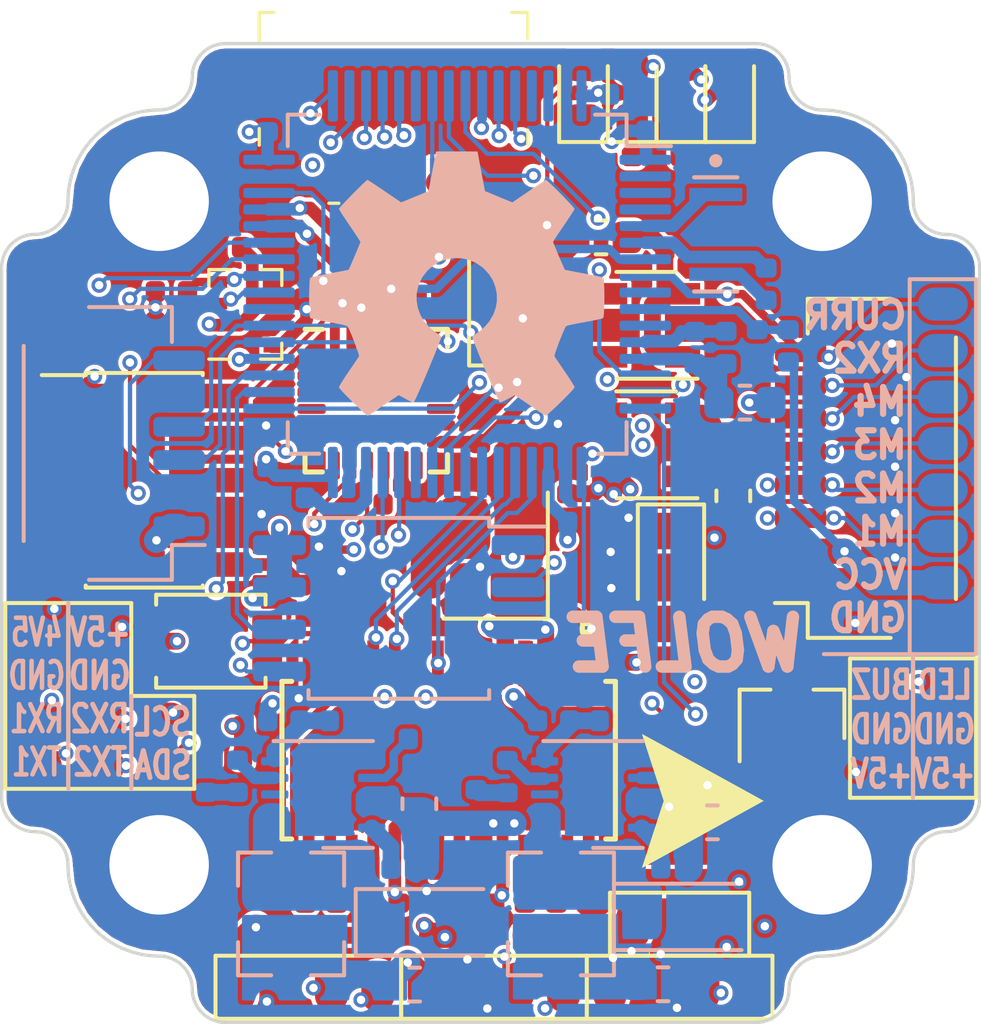
<source format=kicad_pcb>
(kicad_pcb (version 20171130) (host pcbnew "(5.1.6-0-10_14)")
  (layers (0 Signal_1 signal) (1 GND power) (2 Signal_2 signal) (3 Signal_3 signal) (4 Power power) (31 Signal_4 signal) (34 B.Paste user hide) (35 F.Paste user hide) (36 B.SilkS user) (37 F.SilkS user) (38 B.Mask user hide) (39 F.Mask user hide) (44 Edge.Cuts user))
  (net 0 "")
  (net 1 GND)
  (net 2 +3V3)
  (net 3 +3.3VA)
  (net 4 VCC)
  (net 5 "Net-(D3-Pad1)")
  (net 6 "Net-(C18-Pad1)")
  (net 7 "Net-(C21-Pad1)")
  (net 8 "Net-(C1-Pad1)")
  (net 9 "Net-(D5-Pad1)")
  (net 10 +5V)
  (net 11 "Net-(R11-Pad2)")
  (net 12 +5V_USB)
  (net 13 "Net-(C17-Pad1)")
  (net 14 GNDA)
  (net 15 +3V3_GYRO)
  (net 16 "Net-(D7-Pad1)")
  (net 17 "Net-(C2-Pad1)")
  (net 18 "Net-(C21-Pad2)")
  (net 19 /MCU/HSE_IN)
  (net 20 "Net-(C34-Pad2)")
  (net 21 "Net-(C34-Pad1)")
  (net 22 "Net-(C46-Pad1)")
  (net 23 "Net-(C47-Pad1)")
  (net 24 /Connectors/SWDIO)
  (net 25 /Connectors/SWCLK)
  (net 26 /Connectors/M3)
  (net 27 /Connectors/M2)
  (net 28 /Connectors/M1)
  (net 29 /Connectors/CURR)
  (net 30 /Connectors/M4)
  (net 31 /Connectors/I2C1_SCL)
  (net 32 /Connectors/I2C1_SDA)
  (net 33 /MCU/BOOT0)
  (net 34 /MCU/HSE_OUT)
  (net 35 /Barometer/I2C3_SDA)
  (net 36 "Net-(R19-Pad1)")
  (net 37 /Barometer/I2C3_SCL)
  (net 38 /MCU/ADC_VSENS)
  (net 39 /Flash/SPI2_MOSI)
  (net 40 /Flash/SPI2_MISO)
  (net 41 /Flash/SPI2_SCK)
  (net 42 /Flash/SPI2_CS)
  (net 43 /MCU/LED_BLUE)
  (net 44 "Net-(C11-Pad1)")
  (net 45 /Connectors/LED)
  (net 46 "Net-(D9-Pad1)")
  (net 47 /Connectors/USB_D+)
  (net 48 /Connectors/USB_D-)
  (net 49 "Net-(C12-Pad2)")
  (net 50 "Net-(C12-Pad1)")
  (net 51 /OSD/SAG)
  (net 52 "Net-(C22-Pad2)")
  (net 53 /OSD/CLKIN)
  (net 54 "Net-(C29-Pad2)")
  (net 55 "Net-(R1-Pad2)")
  (net 56 "Net-(R10-Pad2)")
  (net 57 "Net-(R12-Pad2)")
  (net 58 /OSD/XFB)
  (net 59 /CAM)
  (net 60 /Connectors/BUZ-)
  (net 61 /MCU/UART3_TX)
  (net 62 /MCU/UART3_RX)
  (net 63 /MCU/UART1_TX)
  (net 64 /MCU/UART1_RX)
  (net 65 /VID)
  (net 66 /MCU/UART2_TX)
  (net 67 /MCU/UART2_RX)
  (net 68 /MCU/UART6_RX)
  (net 69 /MCU/UART6_TX)
  (net 70 /MCU/BUZ-_MCU)
  (net 71 /MCU/D+)
  (net 72 /MCU/D-)
  (net 73 /Gyro/SPI3_MOSI)
  (net 74 /Gyro/SPI3_MISO)
  (net 75 /Gyro/SPI3_SCK)
  (net 76 /Gyro/SPI3_CS)
  (net 77 /MCU/SPI1_MOSI)
  (net 78 /MCU/SPI1_MISO)
  (net 79 /MCU/SPI1_SCK)
  (net 80 /MCU/SPI1_CS)
  (net 81 +4V5)
  (net 82 "Net-(R6-Pad2)")
  (net 83 /Connectors/NRST)
  (net 84 +9V)
  (net 85 /Connectors/SWO)
  (net 86 "Net-(C7-Pad2)")
  (net 87 "Net-(C7-Pad1)")
  (net 88 "Net-(C35-Pad2)")
  (net 89 "Net-(C35-Pad1)")
  (net 90 "Net-(R20-Pad2)")
  (net 91 "Net-(R25-Pad1)")
  (module Symbol:OSHW-Symbol_8.9x8mm_SilkScreen (layer Signal_4) (at 89.79 89.3 180)
    (fp_text reference REF** hide)
    (fp_text value OSHW-Symbol_8.9x8mm_SilkScreen hide)
  )
  (module LED_SMD:LED_0603_1608Metric (layer Signal_1) (at 98.01 83.53 90)
    (fp_text reference D9)
    (fp_text value GREEN)
    (pad 2 smd roundrect (at 0.7875 0 90) (size 0.875 0.95) (layers Signal_1 F.Paste F.Mask) (net 4 VCC))
    (pad 1 smd roundrect (at -0.7875 0 90) (size 0.875 0.95) (layers Signal_1 F.Paste F.Mask) (net 46 "Net-(D9-Pad1)"))
  )
  (module LED_SMD:LED_0603_1608Metric (layer Signal_1) (at 93.6 83.53 90)
    (fp_text reference D5)
    (fp_text value BLUE)
    (pad 2 smd roundrect (at 0.7875 0 90) (size 0.875 0.95) (layers Signal_1 F.Paste F.Mask) (net 43 /MCU/LED_BLUE))
    (pad 1 smd roundrect (at -0.7875 0 90) (size 0.875 0.95) (layers Signal_1 F.Paste F.Mask) (net 9 "Net-(D5-Pad1)"))
  )
  (module LED_SMD:LED_0603_1608Metric (layer Signal_1) (at 95.07 83.53 90)
    (fp_text reference D3)
    (fp_text value RED)
    (pad 2 smd roundrect (at 0.7875 0 90) (size 0.875 0.95) (layers Signal_1 F.Paste F.Mask) (net 2 +3V3))
    (pad 1 smd roundrect (at -0.7875 0 90) (size 0.875 0.95) (layers Signal_1 F.Paste F.Mask) (net 5 "Net-(D3-Pad1)"))
  )
  (module LED_SMD:LED_0603_1608Metric (layer Signal_1) (at 96.54 83.53 90)
    (fp_text reference D7)
    (fp_text value YELLOW)
    (pad 2 smd roundrect (at 0.7875 0 90) (size 0.875 0.95) (layers Signal_1 F.Paste F.Mask) (net 10 +5V))
    (pad 1 smd roundrect (at -0.7875 0 90) (size 0.875 0.95) (layers Signal_1 F.Paste F.Mask) (net 16 "Net-(D7-Pad1)"))
  )
  (module Capacitor_SMD:C_0402_1005Metric (layer Signal_4) (at 91.3 104.14 270)
    (fp_text reference C35)
    (fp_text value 820pF)
    (pad 2 smd roundrect (at 0.485 0 270) (size 0.58 0.63) (layers Signal_4 B.Paste B.Mask) (net 88 "Net-(C35-Pad2)"))
    (pad 1 smd roundrect (at -0.485 0 270) (size 0.58 0.63) (layers Signal_4 B.Paste B.Mask) (net 89 "Net-(C35-Pad1)"))
  )
  (module Capacitor_SMD:C_0402_1005Metric (layer Signal_4) (at 97.31 106.72 180)
    (fp_text reference C33)
    (fp_text value 0.1uF)
    (pad 2 smd roundrect (at 0.485 0 180) (size 0.58 0.63) (layers Signal_4 B.Paste B.Mask) (net 4 VCC))
    (pad 1 smd roundrect (at -0.485 0 180) (size 0.58 0.63) (layers Signal_4 B.Paste B.Mask) (net 1 GND))
  )
  (module Capacitor_SMD:C_0402_1005Metric (layer Signal_4) (at 95.45 106.9 180)
    (fp_text reference C7)
    (fp_text value 0.1uF)
    (pad 2 smd roundrect (at 0.485 0 180) (size 0.58 0.63) (layers Signal_4 B.Paste B.Mask) (net 86 "Net-(C7-Pad2)"))
    (pad 1 smd roundrect (at -0.485 0 180) (size 0.58 0.63) (layers Signal_4 B.Paste B.Mask) (net 87 "Net-(C7-Pad1)"))
  )
  (module Capacitor_SMD:C_0402_1005Metric (layer Signal_1) (at 88.78 96.99 270)
    (fp_text reference C29)
    (fp_text value 10pF)
    (pad 2 smd roundrect (at 0.485 0 270) (size 0.58 0.63) (layers Signal_1 F.Paste F.Mask) (net 54 "Net-(C29-Pad2)"))
    (pad 1 smd roundrect (at -0.485 0 270) (size 0.58 0.63) (layers Signal_1 F.Paste F.Mask) (net 1 GND))
  )
  (module Capacitor_SMD:C_0402_1005Metric (layer Signal_1) (at 93.12 98.85 270)
    (fp_text reference C28)
    (fp_text value 10pF)
    (pad 2 smd roundrect (at 0.485 0 270) (size 0.58 0.63) (layers Signal_1 F.Paste F.Mask) (net 53 /OSD/CLKIN))
    (pad 1 smd roundrect (at -0.485 0 270) (size 0.58 0.63) (layers Signal_1 F.Paste F.Mask) (net 1 GND))
  )
  (module Capacitor_SMD:C_0402_1005Metric (layer Signal_1) (at 94.66 100.21 90)
    (fp_text reference C27)
    (fp_text value 0.1uF)
    (pad 2 smd roundrect (at 0.485 0 90) (size 0.58 0.63) (layers Signal_1 F.Paste F.Mask) (net 1 GND))
    (pad 1 smd roundrect (at -0.485 0 90) (size 0.58 0.63) (layers Signal_1 F.Paste F.Mask) (net 2 +3V3))
  )
  (module Capacitor_SMD:C_0402_1005Metric (layer Signal_1) (at 90.9 108.44 270)
    (fp_text reference C25)
    (fp_text value 0.1uF)
    (pad 2 smd roundrect (at 0.485 0 270) (size 0.58 0.63) (layers Signal_1 F.Paste F.Mask) (net 1 GND))
    (pad 1 smd roundrect (at -0.485 0 270) (size 0.58 0.63) (layers Signal_1 F.Paste F.Mask) (net 2 +3V3))
  )
  (module Capacitor_SMD:C_0402_1005Metric (layer Signal_1) (at 88.03 108.44 270)
    (fp_text reference C24)
    (fp_text value 0.1uF)
    (pad 2 smd roundrect (at 0.485 0 270) (size 0.58 0.63) (layers Signal_1 F.Paste F.Mask) (net 1 GND))
    (pad 1 smd roundrect (at -0.485 0 270) (size 0.58 0.63) (layers Signal_1 F.Paste F.Mask) (net 2 +3V3))
  )
  (module Capacitor_SMD:C_0402_1005Metric (layer Signal_1) (at 89.96 108.44 90)
    (fp_text reference C22)
    (fp_text value 0.1uF)
    (pad 2 smd roundrect (at 0.485 0 90) (size 0.58 0.63) (layers Signal_1 F.Paste F.Mask) (net 52 "Net-(C22-Pad2)"))
    (pad 1 smd roundrect (at -0.485 0 90) (size 0.58 0.63) (layers Signal_1 F.Paste F.Mask) (net 59 /CAM))
  )
  (module Capacitor_SMD:C_0402_1005Metric (layer Signal_1) (at 91.84 108.44 90)
    (fp_text reference C20)
    (fp_text value 10uF)
    (pad 2 smd roundrect (at 0.485 0 90) (size 0.58 0.63) (layers Signal_1 F.Paste F.Mask) (net 51 /OSD/SAG))
    (pad 1 smd roundrect (at -0.485 0 90) (size 0.58 0.63) (layers Signal_1 F.Paste F.Mask) (net 50 "Net-(C12-Pad1)"))
  )
  (module Capacitor_SMD:C_0402_1005Metric (layer Signal_1) (at 92.78 108.44 90)
    (fp_text reference C12)
    (fp_text value 10uF)
    (pad 2 smd roundrect (at 0.485 0 90) (size 0.58 0.63) (layers Signal_1 F.Paste F.Mask) (net 49 "Net-(C12-Pad2)"))
    (pad 1 smd roundrect (at -0.485 0 90) (size 0.58 0.63) (layers Signal_1 F.Paste F.Mask) (net 50 "Net-(C12-Pad1)"))
  )
  (module Capacitor_SMD:C_0402_1005Metric (layer Signal_4) (at 96.960001 91.21 90)
    (fp_text reference C14)
    (fp_text value 10nF)
    (pad 2 smd roundrect (at 0.485 0 90) (size 0.58 0.63) (layers Signal_4 B.Paste B.Mask) (net 14 GNDA))
    (pad 1 smd roundrect (at -0.485 0 90) (size 0.58 0.63) (layers Signal_4 B.Paste B.Mask) (net 3 +3.3VA))
  )
  (module Capacitor_SMD:C_0402_1005Metric (layer Signal_4) (at 97.9 91.21 90)
    (fp_text reference C13)
    (fp_text value 1uF)
    (pad 2 smd roundrect (at 0.485 0 90) (size 0.58 0.63) (layers Signal_4 B.Paste B.Mask) (net 14 GNDA))
    (pad 1 smd roundrect (at -0.485 0 90) (size 0.58 0.63) (layers Signal_4 B.Paste B.Mask) (net 3 +3.3VA))
  )
  (module Capacitor_SMD:C_0402_1005Metric (layer Signal_4) (at 84.72 95.74 180)
    (fp_text reference C11)
    (fp_text value 2.2uF)
    (pad 2 smd roundrect (at 0.485 0 180) (size 0.58 0.63) (layers Signal_4 B.Paste B.Mask) (net 1 GND))
    (pad 1 smd roundrect (at -0.485 0 180) (size 0.58 0.63) (layers Signal_4 B.Paste B.Mask) (net 44 "Net-(C11-Pad1)"))
  )
  (module Capacitor_SMD:C_0402_1005Metric (layer Signal_1) (at 83.77 88.19)
    (fp_text reference C10)
    (fp_text value 0.1uF)
    (pad 2 smd roundrect (at 0.485 0) (size 0.58 0.63) (layers Signal_1 F.Paste F.Mask) (net 1 GND))
    (pad 1 smd roundrect (at -0.485 0) (size 0.58 0.63) (layers Signal_1 F.Paste F.Mask) (net 2 +3V3))
  )
  (module Capacitor_SMD:C_0402_1005Metric (layer Signal_1) (at 85.17 89.23 90)
    (fp_text reference C9)
    (fp_text value 0.1uF)
    (pad 2 smd roundrect (at 0.485 0 90) (size 0.58 0.63) (layers Signal_1 F.Paste F.Mask) (net 1 GND))
    (pad 1 smd roundrect (at -0.485 0 90) (size 0.58 0.63) (layers Signal_1 F.Paste F.Mask) (net 2 +3V3))
  )
  (module Capacitor_SMD:C_0402_1005Metric (layer Signal_4) (at 94.87 83.58)
    (fp_text reference C8)
    (fp_text value 0.1uF)
    (pad 2 smd roundrect (at 0.485 0) (size 0.58 0.63) (layers Signal_4 B.Paste B.Mask) (net 1 GND))
    (pad 1 smd roundrect (at -0.485 0) (size 0.58 0.63) (layers Signal_4 B.Paste B.Mask) (net 2 +3V3))
  )
  (module Capacitor_SMD:C_0402_1005Metric (layer Signal_4) (at 84.07 84.22 90)
    (fp_text reference C3)
    (fp_text value 4.7uF)
    (pad 2 smd roundrect (at 0.485 0 90) (size 0.58 0.63) (layers Signal_4 B.Paste B.Mask) (net 1 GND))
    (pad 1 smd roundrect (at -0.485 0 90) (size 0.58 0.63) (layers Signal_4 B.Paste B.Mask) (net 2 +3V3))
  )
  (module Capacitor_SMD:C_0402_1005Metric (layer Signal_1) (at 93.12 91.41 90)
    (fp_text reference C19)
    (fp_text value 2.2uF)
    (pad 2 smd roundrect (at 0.485 0 90) (size 0.58 0.63) (layers Signal_1 F.Paste F.Mask) (net 1 GND))
    (pad 1 smd roundrect (at -0.485 0 90) (size 0.58 0.63) (layers Signal_1 F.Paste F.Mask) (net 15 +3V3_GYRO))
  )
  (module Capacitor_SMD:C_0402_1005Metric (layer Signal_1) (at 96.54 88.27)
    (fp_text reference C17)
    (fp_text value 1uF)
    (pad 2 smd roundrect (at 0.485 0) (size 0.58 0.63) (layers Signal_1 F.Paste F.Mask) (net 1 GND))
    (pad 1 smd roundrect (at -0.485 0) (size 0.58 0.63) (layers Signal_1 F.Paste F.Mask) (net 13 "Net-(C17-Pad1)"))
  )
  (module Capacitor_SMD:C_0402_1005Metric (layer Signal_1) (at 93.12 95.13 90)
    (fp_text reference C16)
    (fp_text value 2.2uF)
    (pad 2 smd roundrect (at 0.485 0 90) (size 0.58 0.63) (layers Signal_1 F.Paste F.Mask) (net 1 GND))
    (pad 1 smd roundrect (at -0.485 0 90) (size 0.58 0.63) (layers Signal_1 F.Paste F.Mask) (net 2 +3V3))
  )
  (module Capacitor_SMD:C_0402_1005Metric (layer Signal_1) (at 97.86 93.27 90)
    (fp_text reference C1)
    (fp_text value 1uF)
    (pad 2 smd roundrect (at 0.485 0 90) (size 0.58 0.63) (layers Signal_1 F.Paste F.Mask) (net 1 GND))
    (pad 1 smd roundrect (at -0.485 0 90) (size 0.58 0.63) (layers Signal_1 F.Paste F.Mask) (net 8 "Net-(C1-Pad1)"))
  )
  (module Capacitor_SMD:C_0402_1005Metric (layer Signal_1) (at 87.07 95.93 180)
    (fp_text reference C47)
    (fp_text value 0.1uF)
    (pad 2 smd roundrect (at 0.485 0 180) (size 0.58 0.63) (layers Signal_1 F.Paste F.Mask) (net 1 GND))
    (pad 1 smd roundrect (at -0.485 0 180) (size 0.58 0.63) (layers Signal_1 F.Paste F.Mask) (net 23 "Net-(C47-Pad1)"))
  )
  (module Capacitor_SMD:C_0402_1005Metric (layer Signal_1) (at 89.07 89.69)
    (fp_text reference C46)
    (fp_text value 2.2uF)
    (pad 2 smd roundrect (at 0.485 0) (size 0.58 0.63) (layers Signal_1 F.Paste F.Mask) (net 1 GND))
    (pad 1 smd roundrect (at -0.485 0) (size 0.58 0.63) (layers Signal_1 F.Paste F.Mask) (net 22 "Net-(C46-Pad1)"))
  )
  (module Capacitor_SMD:C_0402_1005Metric (layer Signal_1) (at 90.47 93.62 90)
    (fp_text reference C45)
    (fp_text value 0.1uF)
    (pad 2 smd roundrect (at 0.485 0 90) (size 0.58 0.63) (layers Signal_1 F.Paste F.Mask) (net 1 GND))
    (pad 1 smd roundrect (at -0.485 0 90) (size 0.58 0.63) (layers Signal_1 F.Paste F.Mask) (net 15 +3V3_GYRO))
  )
  (module Capacitor_SMD:C_0402_1005Metric (layer Signal_4) (at 83.16 104.13 270)
    (fp_text reference C34)
    (fp_text value 820pF)
    (pad 2 smd roundrect (at 0.485 0 270) (size 0.58 0.63) (layers Signal_4 B.Paste B.Mask) (net 20 "Net-(C34-Pad2)"))
    (pad 1 smd roundrect (at -0.485 0 270) (size 0.58 0.63) (layers Signal_4 B.Paste B.Mask) (net 21 "Net-(C34-Pad1)"))
  )
  (module Capacitor_SMD:C_0402_1005Metric (layer Signal_4) (at 89.17 106.91 180)
    (fp_text reference C31)
    (fp_text value 0.1uF)
    (pad 2 smd roundrect (at 0.485 0 180) (size 0.58 0.63) (layers Signal_4 B.Paste B.Mask) (net 4 VCC))
    (pad 1 smd roundrect (at -0.485 0 180) (size 0.58 0.63) (layers Signal_4 B.Paste B.Mask) (net 1 GND))
  )
  (module Capacitor_SMD:C_0402_1005Metric (layer Signal_4) (at 87.31 106.91 180)
    (fp_text reference C21)
    (fp_text value 0.1uF)
    (pad 2 smd roundrect (at 0.485 0 180) (size 0.58 0.63) (layers Signal_4 B.Paste B.Mask) (net 18 "Net-(C21-Pad2)"))
    (pad 1 smd roundrect (at -0.485 0 180) (size 0.58 0.63) (layers Signal_4 B.Paste B.Mask) (net 7 "Net-(C21-Pad1)"))
  )
  (module Capacitor_SMD:C_0402_1005Metric (layer Signal_1) (at 93.12 89.55 270)
    (fp_text reference C18)
    (fp_text value 10nF)
    (pad 2 smd roundrect (at 0.485 0 270) (size 0.58 0.63) (layers Signal_1 F.Paste F.Mask) (net 1 GND))
    (pad 1 smd roundrect (at -0.485 0 270) (size 0.58 0.63) (layers Signal_1 F.Paste F.Mask) (net 6 "Net-(C18-Pad1)"))
  )
  (module Capacitor_SMD:C_0402_1005Metric (layer Signal_1) (at 85.58 98.37)
    (fp_text reference C15)
    (fp_text value 0.1uF)
    (pad 2 smd roundrect (at 0.485 0) (size 0.58 0.63) (layers Signal_1 F.Paste F.Mask) (net 1 GND))
    (pad 1 smd roundrect (at -0.485 0) (size 0.58 0.63) (layers Signal_1 F.Paste F.Mask) (net 83 /Connectors/NRST))
  )
  (module Capacitor_SMD:C_0402_1005Metric (layer Signal_4) (at 84.07 94.34 90)
    (fp_text reference C6)
    (fp_text value 0.1uF)
    (pad 2 smd roundrect (at 0.485 0 90) (size 0.58 0.63) (layers Signal_4 B.Paste B.Mask) (net 1 GND))
    (pad 1 smd roundrect (at -0.485 0 90) (size 0.58 0.63) (layers Signal_4 B.Paste B.Mask) (net 2 +3V3))
  )
  (module Capacitor_SMD:C_0402_1005Metric (layer Signal_4) (at 95.970001 84.68)
    (fp_text reference C5)
    (fp_text value 0.1uF)
    (pad 2 smd roundrect (at 0.485 0) (size 0.58 0.63) (layers Signal_4 B.Paste B.Mask) (net 1 GND))
    (pad 1 smd roundrect (at -0.485 0) (size 0.58 0.63) (layers Signal_4 B.Paste B.Mask) (net 2 +3V3))
  )
  (module Capacitor_SMD:C_0402_1005Metric (layer Signal_4) (at 93.61 96.47)
    (fp_text reference C4)
    (fp_text value 0.1uF)
    (pad 2 smd roundrect (at 0.485 0) (size 0.58 0.63) (layers Signal_4 B.Paste B.Mask) (net 1 GND))
    (pad 1 smd roundrect (at -0.485 0) (size 0.58 0.63) (layers Signal_4 B.Paste B.Mask) (net 2 +3V3))
  )
  (module Capacitor_SMD:C_0402_1005Metric (layer Signal_1) (at 93.12 93.27 270)
    (fp_text reference C2)
    (fp_text value 10nF)
    (pad 2 smd roundrect (at 0.485 0 270) (size 0.58 0.63) (layers Signal_1 F.Paste F.Mask) (net 1 GND))
    (pad 1 smd roundrect (at -0.485 0 270) (size 0.58 0.63) (layers Signal_1 F.Paste F.Mask) (net 17 "Net-(C2-Pad1)"))
  )
  (module Package_LGA:Bosch_LGA-8_2x2.5mm_P0.65mm_ClockwisePinNumbering (layer Signal_1) (at 83.4 90.21 90)
    (fp_text reference U4)
    (fp_text value BMP280)
    (pad 8 smd rect (at -0.975 0.8 180) (size 0.5 0.35) (layers Signal_1 F.Paste F.Mask) (net 2 +3V3))
    (pad 2 smd rect (at -0.325 -0.8 180) (size 0.5 0.35) (layers Signal_1 F.Paste F.Mask) (net 2 +3V3))
    (pad 3 smd rect (at 0.325 -0.8 180) (size 0.5 0.35) (layers Signal_1 F.Paste F.Mask) (net 35 /Barometer/I2C3_SDA))
    (pad 4 smd rect (at 0.975 -0.8 180) (size 0.5 0.35) (layers Signal_1 F.Paste F.Mask) (net 37 /Barometer/I2C3_SCL))
    (pad 7 smd rect (at -0.325 0.8 180) (size 0.5 0.35) (layers Signal_1 F.Paste F.Mask) (net 1 GND))
    (pad 6 smd rect (at 0.325 0.8 180) (size 0.5 0.35) (layers Signal_1 F.Paste F.Mask) (net 2 +3V3))
    (pad 5 smd rect (at 0.975 0.8 180) (size 0.5 0.35) (layers Signal_1 F.Paste F.Mask) (net 1 GND))
    (pad 1 smd rect (at -0.975 -0.8 180) (size 0.5 0.35) (layers Signal_1 F.Paste F.Mask) (net 1 GND))
  )
  (module Connector_PinHeader_1.27mm:PinHeader_2x05_P1.27mm_Vertical_SMD (layer Signal_1) (at 80.35 95.21)
    (fp_text reference J16)
    (fp_text value Conn_02x05_Odd_Even)
    (pad 10 smd rect (at 1.95 2.54) (size 2.4 0.74) (layers Signal_1 F.Paste F.Mask) (net 83 /Connectors/NRST))
    (pad 9 smd rect (at -1.95 2.54) (size 2.4 0.74) (layers Signal_1 F.Paste F.Mask) (net 1 GND))
    (pad 8 smd rect (at 1.95 1.27) (size 2.4 0.74) (layers Signal_1 F.Paste F.Mask) (net 1 GND))
    (pad 7 smd rect (at -1.95 1.27) (size 2.4 0.74) (layers Signal_1 F.Paste F.Mask) (net 1 GND))
    (pad 6 smd rect (at 1.95 0) (size 2.4 0.74) (layers Signal_1 F.Paste F.Mask) (net 85 /Connectors/SWO))
    (pad 5 smd rect (at -1.95 0) (size 2.4 0.74) (layers Signal_1 F.Paste F.Mask) (net 1 GND))
    (pad 4 smd rect (at 1.95 -1.27) (size 2.4 0.74) (layers Signal_1 F.Paste F.Mask) (net 25 /Connectors/SWCLK))
    (pad 3 smd rect (at -1.95 -1.27) (size 2.4 0.74) (layers Signal_1 F.Paste F.Mask) (net 1 GND))
    (pad 2 smd rect (at 1.95 -2.54) (size 2.4 0.74) (layers Signal_1 F.Paste F.Mask) (net 24 /Connectors/SWDIO))
    (pad 1 smd rect (at -1.95 -2.54) (size 2.4 0.74) (layers Signal_1 F.Paste F.Mask) (net 2 +3V3))
  )
  (module Footprints:OSC_CSTNE8M00G55Z000R0 (layer Signal_4) (at 97.59 87.8 270)
    (fp_text reference Y2)
    (fp_text value CSTNE8M00G55Z000R0)
    (pad 3 smd rect (at 1.2 0 270) (size 0.4 1.6) (layers Signal_4 B.Paste B.Mask) (net 82 "Net-(R6-Pad2)"))
    (pad 2 smd rect (at 0 0 270) (size 0.4 1.6) (layers Signal_4 B.Paste B.Mask) (net 1 GND))
    (pad 1 smd rect (at -1.2 0 270) (size 0.4 1.6) (layers Signal_4 B.Paste B.Mask) (net 19 /MCU/HSE_IN))
  )
  (module Connector_JST:JST_SH_SM06B-SRSS-TB_1x06-1MP_P1.00mm_Horizontal (layer Signal_4) (at 79.4 94.1 90)
    (fp_text reference J5)
    (fp_text value Conn_01x06)
    (pad 2 smd roundrect (at 3.8 -1.875 90) (size 1.2 1.8) (layers Signal_4 B.Paste B.Mask) (roundrect_rratio 0.208) (net 1 GND))
    (pad 2 smd roundrect (at -3.8 -1.875 90) (size 1.2 1.8) (layers Signal_4 B.Paste B.Mask) (roundrect_rratio 0.208) (net 1 GND))
    (pad 6 smd roundrect (at 2.5 2 90) (size 0.6 1.55) (layers Signal_4 B.Paste B.Mask) (net 62 /MCU/UART3_RX))
    (pad 5 smd roundrect (at 1.5 2 90) (size 0.6 1.55) (layers Signal_4 B.Paste B.Mask) (net 1 GND))
    (pad 4 smd roundrect (at 0.5 2 90) (size 0.6 1.55) (layers Signal_4 B.Paste B.Mask) (net 68 /MCU/UART6_RX))
    (pad 3 smd roundrect (at -0.5 2 90) (size 0.6 1.55) (layers Signal_4 B.Paste B.Mask) (net 69 /MCU/UART6_TX))
    (pad 2 smd roundrect (at -1.5 2 90) (size 0.6 1.55) (layers Signal_4 B.Paste B.Mask) (net 1 GND))
    (pad 1 smd roundrect (at -2.5 2 90) (size 0.6 1.55) (layers Signal_4 B.Paste B.Mask) (net 84 +9V))
  )
  (module Package_DFN_QFN:DFN-10-1EP_3x3mm_P0.5mm_EP1.7x2.5mm (layer Signal_4) (at 93.89 104.68)
    (fp_text reference U8)
    (fp_text value MP4462)
    (pad 6 smd rect (at 0 0) (size 1.7 2.5) (layers Signal_4 B.Mask) (net 1 GND))
    (pad 10 smd roundrect (at 1.4625 1) (size 0.825 0.25) (layers Signal_4 B.Paste B.Mask) (net 87 "Net-(C7-Pad1)"))
    (pad 9 smd roundrect (at 1.4625 0.5) (size 0.825 0.25) (layers Signal_4 B.Paste B.Mask) (net 4 VCC))
    (pad 8 smd roundrect (at 1.4625 0) (size 0.825 0.25) (layers Signal_4 B.Paste B.Mask) (net 4 VCC))
    (pad 7 smd roundrect (at 1.4625 -0.5) (size 0.825 0.25) (layers Signal_4 B.Paste B.Mask) (net 91 "Net-(R25-Pad1)"))
    (pad 6 smd roundrect (at 1.4625 -1) (size 0.825 0.25) (layers Signal_4 B.Paste B.Mask) (net 1 GND))
    (pad 5 smd roundrect (at -1.4625 -1) (size 0.825 0.25) (layers Signal_4 B.Paste B.Mask) (net 90 "Net-(R20-Pad2)"))
    (pad 4 smd roundrect (at -1.4625 -0.5) (size 0.825 0.25) (layers Signal_4 B.Paste B.Mask) (net 89 "Net-(C35-Pad1)"))
    (pad 3 smd roundrect (at -1.4625 0) (size 0.825 0.25) (layers Signal_4 B.Paste B.Mask))
    (pad 2 smd roundrect (at -1.4625 0.5) (size 0.825 0.25) (layers Signal_4 B.Paste B.Mask) (net 86 "Net-(C7-Pad2)"))
    (pad 1 smd roundrect (at -1.4625 1) (size 0.825 0.25) (layers Signal_4 B.Paste B.Mask) (net 86 "Net-(C7-Pad2)"))
  )
  (module Resistor_SMD:R_0402_1005Metric (layer Signal_4) (at 90.36 104.05 90)
    (fp_text reference R28)
    (fp_text value 56k)
    (pad 2 smd roundrect (at 0.485 0 90) (size 0.58 0.63) (layers Signal_4 B.Paste B.Mask) (net 1 GND))
    (pad 1 smd roundrect (at -0.485 0 90) (size 0.58 0.63) (layers Signal_4 B.Paste B.Mask) (net 88 "Net-(C35-Pad2)"))
  )
  (module Resistor_SMD:R_0402_1005Metric (layer Signal_4) (at 96.48 103.86 90)
    (fp_text reference R25)
    (fp_text value 200k)
    (pad 2 smd roundrect (at 0.485 0 90) (size 0.58 0.63) (layers Signal_4 B.Paste B.Mask) (net 1 GND))
    (pad 1 smd roundrect (at -0.485 0 90) (size 0.58 0.63) (layers Signal_4 B.Paste B.Mask) (net 91 "Net-(R25-Pad1)"))
  )
  (module Resistor_SMD:R_0402_1005Metric (layer Signal_4) (at 94.56 102.46)
    (fp_text reference R22)
    (fp_text value 3.8k)
    (pad 2 smd roundrect (at 0.485 0) (size 0.58 0.63) (layers Signal_4 B.Paste B.Mask) (net 1 GND))
    (pad 1 smd roundrect (at -0.485 0) (size 0.58 0.63) (layers Signal_4 B.Paste B.Mask) (net 90 "Net-(R20-Pad2)"))
  )
  (module Resistor_SMD:R_0402_1005Metric (layer Signal_4) (at 92.7 102.46)
    (fp_text reference R20)
    (fp_text value 20k)
    (pad 2 smd roundrect (at 0.485 0) (size 0.58 0.63) (layers Signal_4 B.Paste B.Mask) (net 90 "Net-(R20-Pad2)"))
    (pad 1 smd roundrect (at -0.485 0) (size 0.58 0.63) (layers Signal_4 B.Paste B.Mask) (net 84 +9V))
  )
  (module Inductor_SMD:L_Bourns-SRN3015 (layer Signal_4) (at 92.92 108.28 180)
    (fp_text reference L1)
    (fp_text value 15uH)
    (pad 2 smd rect (at 0 -1.1 180) (size 2.7 1) (layers Signal_4 B.Paste B.Mask) (net 84 +9V))
    (pad 1 smd rect (at 0 1.1 180) (size 2.7 1) (layers Signal_4 B.Paste B.Mask) (net 86 "Net-(C7-Pad2)"))
  )
  (module Diode_SMD:D_SOD-123F (layer Signal_4) (at 96.72 108.37)
    (fp_text reference D4)
    (fp_text value "90V, 2A")
    (pad 2 smd rect (at 1.4 0) (size 1.1 1.1) (layers Signal_4 B.Paste B.Mask) (net 1 GND))
    (pad 1 smd rect (at -1.4 0) (size 1.1 1.1) (layers Signal_4 B.Paste B.Mask) (net 86 "Net-(C7-Pad2)"))
  )
  (module Capacitor_SMD:C_0603_1608Metric (layer Signal_4) (at 97.49 105.52 180)
    (fp_text reference C32)
    (fp_text value 4.7uF)
    (pad 2 smd roundrect (at 0.7875 0 180) (size 0.875 0.95) (layers Signal_4 B.Paste B.Mask) (net 4 VCC))
    (pad 1 smd roundrect (at -0.7875 0 180) (size 0.875 0.95) (layers Signal_4 B.Paste B.Mask) (net 1 GND))
  )
  (module Capacitor_SMD:C_0603_1608Metric (layer Signal_4) (at 96 110.4)
    (fp_text reference C26)
    (fp_text value 22uF)
    (pad 2 smd roundrect (at 0.7875 0) (size 0.875 0.95) (layers Signal_4 B.Paste B.Mask) (net 1 GND))
    (pad 1 smd roundrect (at -0.7875 0) (size 0.875 0.95) (layers Signal_4 B.Paste B.Mask) (net 84 +9V))
  )
  (module Package_QFP:LQFP-64_10x10mm_P0.5mm (layer Signal_4) (at 89.79 89.3 180)
    (fp_text reference U2)
    (fp_text value STM32F722RETx)
    (pad 64 smd roundrect (at -3.75 5.675 180) (size 0.3 1.55) (layers Signal_4 B.Paste B.Mask) (net 2 +3V3))
    (pad 63 smd roundrect (at -3.25 5.675 180) (size 0.3 1.55) (layers Signal_4 B.Paste B.Mask) (net 1 GND))
    (pad 62 smd roundrect (at -2.75 5.675 180) (size 0.3 1.55) (layers Signal_4 B.Paste B.Mask))
    (pad 61 smd roundrect (at -2.25 5.675 180) (size 0.3 1.55) (layers Signal_4 B.Paste B.Mask))
    (pad 60 smd roundrect (at -1.75 5.675 180) (size 0.3 1.55) (layers Signal_4 B.Paste B.Mask) (net 33 /MCU/BOOT0))
    (pad 59 smd roundrect (at -1.25 5.675 180) (size 0.3 1.55) (layers Signal_4 B.Paste B.Mask) (net 32 /Connectors/I2C1_SDA))
    (pad 58 smd roundrect (at -0.75 5.675 180) (size 0.3 1.55) (layers Signal_4 B.Paste B.Mask) (net 31 /Connectors/I2C1_SCL))
    (pad 57 smd roundrect (at -0.25 5.675 180) (size 0.3 1.55) (layers Signal_4 B.Paste B.Mask) (net 26 /Connectors/M3))
    (pad 56 smd roundrect (at 0.25 5.675 180) (size 0.3 1.55) (layers Signal_4 B.Paste B.Mask) (net 30 /Connectors/M4))
    (pad 55 smd roundrect (at 0.75 5.675 180) (size 0.3 1.55) (layers Signal_4 B.Paste B.Mask) (net 85 /Connectors/SWO))
    (pad 54 smd roundrect (at 1.25 5.675 180) (size 0.3 1.55) (layers Signal_4 B.Paste B.Mask))
    (pad 53 smd roundrect (at 1.75 5.675 180) (size 0.3 1.55) (layers Signal_4 B.Paste B.Mask) (net 73 /Gyro/SPI3_MOSI))
    (pad 52 smd roundrect (at 2.25 5.675 180) (size 0.3 1.55) (layers Signal_4 B.Paste B.Mask) (net 74 /Gyro/SPI3_MISO))
    (pad 51 smd roundrect (at 2.75 5.675 180) (size 0.3 1.55) (layers Signal_4 B.Paste B.Mask) (net 75 /Gyro/SPI3_SCK))
    (pad 50 smd roundrect (at 3.25 5.675 180) (size 0.3 1.55) (layers Signal_4 B.Paste B.Mask) (net 76 /Gyro/SPI3_CS))
    (pad 49 smd roundrect (at 3.75 5.675 180) (size 0.3 1.55) (layers Signal_4 B.Paste B.Mask) (net 25 /Connectors/SWCLK))
    (pad 48 smd roundrect (at 5.675 3.75 180) (size 1.55 0.3) (layers Signal_4 B.Paste B.Mask) (net 2 +3V3))
    (pad 47 smd roundrect (at 5.675 3.25 180) (size 1.55 0.3) (layers Signal_4 B.Paste B.Mask) (net 1 GND))
    (pad 46 smd roundrect (at 5.675 2.75 180) (size 1.55 0.3) (layers Signal_4 B.Paste B.Mask) (net 24 /Connectors/SWDIO))
    (pad 45 smd roundrect (at 5.675 2.25 180) (size 1.55 0.3) (layers Signal_4 B.Paste B.Mask) (net 71 /MCU/D+))
    (pad 44 smd roundrect (at 5.675 1.75 180) (size 1.55 0.3) (layers Signal_4 B.Paste B.Mask) (net 72 /MCU/D-))
    (pad 43 smd roundrect (at 5.675 1.25 180) (size 1.55 0.3) (layers Signal_4 B.Paste B.Mask) (net 64 /MCU/UART1_RX))
    (pad 42 smd roundrect (at 5.675 0.75 180) (size 1.55 0.3) (layers Signal_4 B.Paste B.Mask) (net 63 /MCU/UART1_TX))
    (pad 41 smd roundrect (at 5.675 0.25 180) (size 1.55 0.3) (layers Signal_4 B.Paste B.Mask) (net 37 /Barometer/I2C3_SCL))
    (pad 40 smd roundrect (at 5.675 -0.25 180) (size 1.55 0.3) (layers Signal_4 B.Paste B.Mask) (net 35 /Barometer/I2C3_SDA))
    (pad 39 smd roundrect (at 5.675 -0.75 180) (size 1.55 0.3) (layers Signal_4 B.Paste B.Mask))
    (pad 38 smd roundrect (at 5.675 -1.25 180) (size 1.55 0.3) (layers Signal_4 B.Paste B.Mask) (net 68 /MCU/UART6_RX))
    (pad 37 smd roundrect (at 5.675 -1.75 180) (size 1.55 0.3) (layers Signal_4 B.Paste B.Mask) (net 69 /MCU/UART6_TX))
    (pad 36 smd roundrect (at 5.675 -2.25 180) (size 1.55 0.3) (layers Signal_4 B.Paste B.Mask) (net 39 /Flash/SPI2_MOSI))
    (pad 35 smd roundrect (at 5.675 -2.75 180) (size 1.55 0.3) (layers Signal_4 B.Paste B.Mask) (net 40 /Flash/SPI2_MISO))
    (pad 34 smd roundrect (at 5.675 -3.25 180) (size 1.55 0.3) (layers Signal_4 B.Paste B.Mask) (net 41 /Flash/SPI2_SCK))
    (pad 33 smd roundrect (at 5.675 -3.75 180) (size 1.55 0.3) (layers Signal_4 B.Paste B.Mask) (net 42 /Flash/SPI2_CS))
    (pad 32 smd roundrect (at 3.75 -5.675 180) (size 0.3 1.55) (layers Signal_4 B.Paste B.Mask) (net 2 +3V3))
    (pad 31 smd roundrect (at 3.25 -5.675 180) (size 0.3 1.55) (layers Signal_4 B.Paste B.Mask) (net 1 GND))
    (pad 30 smd roundrect (at 2.75 -5.675 180) (size 0.3 1.55) (layers Signal_4 B.Paste B.Mask) (net 44 "Net-(C11-Pad1)"))
    (pad 29 smd roundrect (at 2.25 -5.675 180) (size 0.3 1.55) (layers Signal_4 B.Paste B.Mask) (net 62 /MCU/UART3_RX))
    (pad 28 smd roundrect (at 1.75 -5.675 180) (size 0.3 1.55) (layers Signal_4 B.Paste B.Mask) (net 61 /MCU/UART3_TX))
    (pad 27 smd roundrect (at 1.25 -5.675 180) (size 0.3 1.55) (layers Signal_4 B.Paste B.Mask))
    (pad 26 smd roundrect (at 0.75 -5.675 180) (size 0.3 1.55) (layers Signal_4 B.Paste B.Mask) (net 28 /Connectors/M1))
    (pad 25 smd roundrect (at 0.25 -5.675 180) (size 0.3 1.55) (layers Signal_4 B.Paste B.Mask) (net 27 /Connectors/M2))
    (pad 24 smd roundrect (at -0.25 -5.675 180) (size 0.3 1.55) (layers Signal_4 B.Paste B.Mask) (net 70 /MCU/BUZ-_MCU))
    (pad 23 smd roundrect (at -0.75 -5.675 180) (size 0.3 1.55) (layers Signal_4 B.Paste B.Mask) (net 77 /MCU/SPI1_MOSI))
    (pad 22 smd roundrect (at -1.25 -5.675 180) (size 0.3 1.55) (layers Signal_4 B.Paste B.Mask) (net 78 /MCU/SPI1_MISO))
    (pad 21 smd roundrect (at -1.75 -5.675 180) (size 0.3 1.55) (layers Signal_4 B.Paste B.Mask) (net 79 /MCU/SPI1_SCK))
    (pad 20 smd roundrect (at -2.25 -5.675 180) (size 0.3 1.55) (layers Signal_4 B.Paste B.Mask) (net 80 /MCU/SPI1_CS))
    (pad 19 smd roundrect (at -2.75 -5.675 180) (size 0.3 1.55) (layers Signal_4 B.Paste B.Mask) (net 2 +3V3))
    (pad 18 smd roundrect (at -3.25 -5.675 180) (size 0.3 1.55) (layers Signal_4 B.Paste B.Mask) (net 1 GND))
    (pad 17 smd roundrect (at -3.75 -5.675 180) (size 0.3 1.55) (layers Signal_4 B.Paste B.Mask) (net 67 /MCU/UART2_RX))
    (pad 16 smd roundrect (at -5.675 -3.75 180) (size 1.55 0.3) (layers Signal_4 B.Paste B.Mask) (net 66 /MCU/UART2_TX))
    (pad 15 smd roundrect (at -5.675 -3.25 180) (size 1.55 0.3) (layers Signal_4 B.Paste B.Mask) (net 45 /Connectors/LED))
    (pad 14 smd roundrect (at -5.675 -2.75 180) (size 1.55 0.3) (layers Signal_4 B.Paste B.Mask) (net 43 /MCU/LED_BLUE))
    (pad 13 smd roundrect (at -5.675 -2.25 180) (size 1.55 0.3) (layers Signal_4 B.Paste B.Mask) (net 3 +3.3VA))
    (pad 12 smd roundrect (at -5.675 -1.75 180) (size 1.55 0.3) (layers Signal_4 B.Paste B.Mask) (net 14 GNDA))
    (pad 11 smd roundrect (at -5.675 -1.25 180) (size 1.55 0.3) (layers Signal_4 B.Paste B.Mask))
    (pad 10 smd roundrect (at -5.675 -0.75 180) (size 1.55 0.3) (layers Signal_4 B.Paste B.Mask) (net 38 /MCU/ADC_VSENS))
    (pad 9 smd roundrect (at -5.675 -0.25 180) (size 1.55 0.3) (layers Signal_4 B.Paste B.Mask))
    (pad 8 smd roundrect (at -5.675 0.25 180) (size 1.55 0.3) (layers Signal_4 B.Paste B.Mask) (net 29 /Connectors/CURR))
    (pad 7 smd roundrect (at -5.675 0.75 180) (size 1.55 0.3) (layers Signal_4 B.Paste B.Mask) (net 83 /Connectors/NRST))
    (pad 6 smd roundrect (at -5.675 1.25 180) (size 1.55 0.3) (layers Signal_4 B.Paste B.Mask) (net 34 /MCU/HSE_OUT))
    (pad 5 smd roundrect (at -5.675 1.75 180) (size 1.55 0.3) (layers Signal_4 B.Paste B.Mask) (net 19 /MCU/HSE_IN))
    (pad 4 smd roundrect (at -5.675 2.25 180) (size 1.55 0.3) (layers Signal_4 B.Paste B.Mask))
    (pad 3 smd roundrect (at -5.675 2.75 180) (size 1.55 0.3) (layers Signal_4 B.Paste B.Mask))
    (pad 2 smd roundrect (at -5.675 3.25 180) (size 1.55 0.3) (layers Signal_4 B.Paste B.Mask))
    (pad 1 smd roundrect (at -5.675 3.75 180) (size 1.55 0.3) (layers Signal_4 B.Paste B.Mask) (net 2 +3V3))
  )
  (module Resistor_SMD:R_0402_1005Metric (layer Signal_4) (at 99.11 89.3 270)
    (fp_text reference R6)
    (fp_text value 330)
    (pad 2 smd roundrect (at 0.485 0 270) (size 0.58 0.63) (layers Signal_4 B.Paste B.Mask) (net 82 "Net-(R6-Pad2)"))
    (pad 1 smd roundrect (at -0.485 0 270) (size 0.58 0.63) (layers Signal_4 B.Paste B.Mask) (net 34 /MCU/HSE_OUT))
  )
  (module digikey-footprints:USB_Micro_B_Female_UJ2-MIBH-G-SMT-TR (layer Signal_1) (at 87.87 83.51 180)
    (fp_text reference J14)
    (fp_text value UJ2-MIBH-4-SMT-TR)
    (pad SH smd rect (at 3.5 0 180) (size 1 1.9) (layers Signal_1 F.Paste F.Mask) (net 1 GND))
    (pad SH smd rect (at -3.5 0 180) (size 1 1.9) (layers Signal_1 F.Paste F.Mask) (net 1 GND))
    (pad 3 smd rect (at 0 -2.675 180) (size 0.4 1.35) (layers Signal_1 F.Paste F.Mask) (net 47 /Connectors/USB_D+))
    (pad 2 smd rect (at -0.65 -2.675 180) (size 0.4 1.35) (layers Signal_1 F.Paste F.Mask) (net 48 /Connectors/USB_D-))
    (pad 5 smd rect (at 1.3 -2.675 180) (size 0.4 1.35) (layers Signal_1 F.Paste F.Mask) (net 1 GND))
    (pad 4 smd rect (at 0.65 -2.675 180) (size 0.4 1.35) (layers Signal_1 F.Paste F.Mask))
    (pad 1 smd rect (at -1.3 -2.675 180) (size 0.4 1.35) (layers Signal_1 F.Paste F.Mask) (net 12 +5V_USB))
    (pad SH smd rect (at 1.2 0 180) (size 1.9 1.9) (layers Signal_1 F.Paste F.Mask) (net 1 GND))
    (pad SH smd rect (at -1.2 0 180) (size 1.9 1.9) (layers Signal_1 F.Paste F.Mask) (net 1 GND))
  )
  (module Resistor_SMD:R_0402_1005Metric (layer Signal_1) (at 87.42 88.67 180)
    (fp_text reference R7)
    (fp_text value 22)
    (pad 2 smd roundrect (at 0.485 0 180) (size 0.58 0.63) (layers Signal_1 F.Paste F.Mask) (net 72 /MCU/D-))
    (pad 1 smd roundrect (at -0.485 0 180) (size 0.58 0.63) (layers Signal_1 F.Paste F.Mask) (net 48 /Connectors/USB_D-))
  )
  (module Connector_Wire:Conn_2Pin (layer Signal_1) (at 80.91 103.11 90)
    (fp_text reference J12)
    (fp_text value Conn_01x02)
    (pad 2 smd roundrect (at 0.7 0 90) (size 1 1.5) (layers Signal_1 F.Paste F.Mask) (roundrect_rratio 0.5) (net 31 /Connectors/I2C1_SCL))
    (pad 1 smd roundrect (at -0.7 0 90) (size 1 1.5) (layers Signal_1 F.Paste F.Mask) (roundrect_rratio 0.5) (net 32 /Connectors/I2C1_SDA))
  )
  (module Connector_Wire:Conn_3Pin (layer Signal_1) (at 104.49 102.68 90)
    (fp_text reference J6)
    (fp_text value Conn_01x03)
    (pad 3 smd oval (at 1.4 0 90) (size 1 1.5) (layers Signal_1 F.Paste F.Mask) (net 45 /Connectors/LED))
    (pad 1 smd oval (at -1.4 0 90) (size 1 1.5) (layers Signal_1 F.Paste F.Mask) (net 10 +5V))
    (pad 2 smd oval (at 0 0 90) (size 1 1.5) (layers Signal_1 F.Paste F.Mask) (net 1 GND))
  )
  (module Connector_Wire:Conn_3Pin (layer Signal_1) (at 96.5 108.59)
    (fp_text reference J4)
    (fp_text value Conn_01x03)
    (pad 3 smd oval (at 1.4 0) (size 1 1.5) (layers Signal_1 F.Paste F.Mask) (net 59 /CAM))
    (pad 1 smd oval (at -1.4 0) (size 1 1.5) (layers Signal_1 F.Paste F.Mask) (net 84 +9V))
    (pad 2 smd oval (at 0 0) (size 1 1.5) (layers Signal_1 F.Paste F.Mask) (net 1 GND))
  )
  (module Connector_Wire:Conn_3Pin (layer Signal_1) (at 102.59 102.68 90)
    (fp_text reference J1)
    (fp_text value Conn_01x03)
    (pad 3 smd oval (at 1.4 0 90) (size 1 1.5) (layers Signal_1 F.Paste F.Mask) (net 60 /Connectors/BUZ-))
    (pad 1 smd oval (at -1.4 0 90) (size 1 1.5) (layers Signal_1 F.Paste F.Mask) (net 10 +5V))
    (pad 2 smd oval (at 0 0 90) (size 1 1.5) (layers Signal_1 F.Paste F.Mask) (net 1 GND))
  )
  (module Connector_Wire:Conn_4Pin (layer Signal_1) (at 96.5 110.49)
    (fp_text reference J11)
    (fp_text value Conn_01x04)
    (pad 1 smd oval (at -2.1 0) (size 1 1.5) (layers Signal_1 F.Paste F.Mask) (net 84 +9V))
    (pad 4 smd oval (at 2.1 0) (size 1 1.5) (layers Signal_1 F.Paste F.Mask) (net 65 /VID))
    (pad 3 smd oval (at 0.7 0) (size 1 1.5) (layers Signal_1 F.Paste F.Mask) (net 69 /MCU/UART6_TX))
    (pad 2 smd oval (at -0.7 0) (size 1 1.5) (layers Signal_1 F.Paste F.Mask) (net 1 GND))
  )
  (module Connector_Wire:Conn_4Pin (layer Signal_1) (at 90.9 110.49)
    (fp_text reference J13)
    (fp_text value Conn_01x04)
    (pad 1 smd oval (at -2.1 0) (size 1 1.5) (layers Signal_1 F.Paste F.Mask) (net 10 +5V))
    (pad 4 smd oval (at 2.1 0) (size 1 1.5) (layers Signal_1 F.Paste F.Mask) (net 69 /MCU/UART6_TX))
    (pad 3 smd oval (at 0.7 0) (size 1 1.5) (layers Signal_1 F.Paste F.Mask) (net 68 /MCU/UART6_RX))
    (pad 2 smd oval (at -0.7 0) (size 1 1.5) (layers Signal_1 F.Paste F.Mask) (net 1 GND))
  )
  (module Connector_Wire:Conn_4Pin (layer Signal_1) (at 79.01 101.71 270)
    (fp_text reference J7)
    (fp_text value Conn_01x04)
    (pad 1 smd oval (at -2.1 0 270) (size 1 1.5) (layers Signal_1 F.Paste F.Mask) (net 10 +5V))
    (pad 4 smd oval (at 2.1 0 270) (size 1 1.5) (layers Signal_1 F.Paste F.Mask) (net 66 /MCU/UART2_TX))
    (pad 3 smd oval (at 0.7 0 270) (size 1 1.5) (layers Signal_1 F.Paste F.Mask) (net 67 /MCU/UART2_RX))
    (pad 2 smd oval (at -0.7 0 270) (size 1 1.5) (layers Signal_1 F.Paste F.Mask) (net 1 GND))
  )
  (module Connector_Wire:Conn_4Pin (layer Signal_1) (at 77.11 101.71 270)
    (fp_text reference J3)
    (fp_text value Conn_01x04)
    (pad 1 smd oval (at -2.1 0 270) (size 1 1.5) (layers Signal_1 F.Paste F.Mask) (net 81 +4V5))
    (pad 4 smd oval (at 2.1 0 270) (size 1 1.5) (layers Signal_1 F.Paste F.Mask) (net 63 /MCU/UART1_TX))
    (pad 3 smd oval (at 0.7 0 270) (size 1 1.5) (layers Signal_1 F.Paste F.Mask) (net 64 /MCU/UART1_RX))
    (pad 2 smd oval (at -0.7 0 270) (size 1 1.5) (layers Signal_1 F.Paste F.Mask) (net 1 GND))
  )
  (module Connector_Wire:Conn_4Pin (layer Signal_1) (at 85.3 110.49)
    (fp_text reference J2)
    (fp_text value Conn_01x04)
    (pad 1 smd oval (at -2.1 0) (size 1 1.5) (layers Signal_1 F.Paste F.Mask) (net 10 +5V))
    (pad 4 smd oval (at 2.1 0) (size 1 1.5) (layers Signal_1 F.Paste F.Mask) (net 61 /MCU/UART3_TX))
    (pad 3 smd oval (at 0.7 0) (size 1 1.5) (layers Signal_1 F.Paste F.Mask) (net 62 /MCU/UART3_RX))
    (pad 2 smd oval (at -0.7 0) (size 1 1.5) (layers Signal_1 F.Paste F.Mask) (net 1 GND))
  )
  (module Resistor_SMD:R_0402_1005Metric (layer Signal_1) (at 97.67 103.05 90)
    (fp_text reference R18)
    (fp_text value 10k)
    (pad 2 smd roundrect (at 0.485 0 90) (size 0.58 0.63) (layers Signal_1 F.Paste F.Mask) (net 1 GND))
    (pad 1 smd roundrect (at -0.485 0 90) (size 0.58 0.63) (layers Signal_1 F.Paste F.Mask) (net 70 /MCU/BUZ-_MCU))
  )
  (module Resistor_SMD:R_0402_1005Metric (layer Signal_1) (at 88.78 98.85 90)
    (fp_text reference R17)
    (fp_text value 589)
    (pad 2 smd roundrect (at 0.485 0 90) (size 0.58 0.63) (layers Signal_1 F.Paste F.Mask) (net 54 "Net-(C29-Pad2)"))
    (pad 1 smd roundrect (at -0.485 0 90) (size 0.58 0.63) (layers Signal_1 F.Paste F.Mask) (net 58 /OSD/XFB))
  )
  (module Resistor_SMD:R_0402_1005Metric (layer Signal_1) (at 89.02 108.44 270)
    (fp_text reference R16)
    (fp_text value 75)
    (pad 2 smd roundrect (at 0.485 0 270) (size 0.58 0.63) (layers Signal_1 F.Paste F.Mask) (net 59 /CAM))
    (pad 1 smd roundrect (at -0.485 0 270) (size 0.58 0.63) (layers Signal_1 F.Paste F.Mask) (net 1 GND))
  )
  (module Resistor_SMD:R_0402_1005Metric (layer Signal_1) (at 93.72 108.44 270)
    (fp_text reference R14)
    (fp_text value 75)
    (pad 2 smd roundrect (at 0.485 0 270) (size 0.58 0.63) (layers Signal_1 F.Paste F.Mask) (net 50 "Net-(C12-Pad1)"))
    (pad 1 smd roundrect (at -0.485 0 270) (size 0.58 0.63) (layers Signal_1 F.Paste F.Mask) (net 65 /VID))
  )
  (module Resistor_SMD:R_0402_1005Metric (layer Signal_1) (at 85.21 108.44 90)
    (fp_text reference R12)
    (fp_text value 1k)
    (pad 2 smd roundrect (at 0.485 0 90) (size 0.58 0.63) (layers Signal_1 F.Paste F.Mask) (net 57 "Net-(R12-Pad2)"))
    (pad 1 smd roundrect (at -0.485 0 90) (size 0.58 0.63) (layers Signal_1 F.Paste F.Mask) (net 2 +3V3))
  )
  (module Resistor_SMD:R_0402_1005Metric (layer Signal_1) (at 86.15 108.44 90)
    (fp_text reference R10)
    (fp_text value 1k)
    (pad 2 smd roundrect (at 0.485 0 90) (size 0.58 0.63) (layers Signal_1 F.Paste F.Mask) (net 56 "Net-(R10-Pad2)"))
    (pad 1 smd roundrect (at -0.485 0 90) (size 0.58 0.63) (layers Signal_1 F.Paste F.Mask) (net 2 +3V3))
  )
  (module Resistor_SMD:R_0402_1005Metric (layer Signal_1) (at 87.09 108.44 90)
    (fp_text reference R1)
    (fp_text value 1k)
    (pad 2 smd roundrect (at 0.485 0 90) (size 0.58 0.63) (layers Signal_1 F.Paste F.Mask) (net 55 "Net-(R1-Pad2)"))
    (pad 1 smd roundrect (at -0.485 0 90) (size 0.58 0.63) (layers Signal_1 F.Paste F.Mask) (net 2 +3V3))
  )
  (module Resistor_SMD:R_0402_1005Metric (layer Signal_1) (at 98.01 85.94 270)
    (fp_text reference R9)
    (fp_text value 1k)
    (pad 2 smd roundrect (at 0.485 0 270) (size 0.58 0.63) (layers Signal_1 F.Paste F.Mask) (net 1 GND))
    (pad 1 smd roundrect (at -0.485 0 270) (size 0.58 0.63) (layers Signal_1 F.Paste F.Mask) (net 46 "Net-(D9-Pad1)"))
  )
  (module Resistor_SMD:R_0402_1005Metric (layer Signal_1) (at 81.17 90.46 180)
    (fp_text reference R8)
    (fp_text value 4.7k)
    (pad 2 smd roundrect (at 0.485 0 180) (size 0.58 0.63) (layers Signal_1 F.Paste F.Mask) (net 2 +3V3))
    (pad 1 smd roundrect (at -0.485 0 180) (size 0.58 0.63) (layers Signal_1 F.Paste F.Mask) (net 35 /Barometer/I2C3_SDA))
  )
  (module Resistor_SMD:R_0402_1005Metric (layer Signal_1) (at 81.17 89.52 180)
    (fp_text reference R5)
    (fp_text value 4.7k)
    (pad 2 smd roundrect (at 0.485 0 180) (size 0.58 0.63) (layers Signal_1 F.Paste F.Mask) (net 2 +3V3))
    (pad 1 smd roundrect (at -0.485 0 180) (size 0.58 0.63) (layers Signal_1 F.Paste F.Mask) (net 37 /Barometer/I2C3_SCL))
  )
  (module Resistor_SMD:R_0402_1005Metric (layer Signal_1) (at 85.69 99.31)
    (fp_text reference R2)
    (fp_text value 10k)
    (pad 2 smd roundrect (at 0.485 0) (size 0.58 0.63) (layers Signal_1 F.Paste F.Mask) (net 1 GND))
    (pad 1 smd roundrect (at -0.485 0) (size 0.58 0.63) (layers Signal_1 F.Paste F.Mask) (net 33 /MCU/BOOT0))
  )
  (module Resistor_SMD:R_0402_1005Metric (layer Signal_4) (at 98.84 91.16 90)
    (fp_text reference R31)
    (fp_text value 1k)
    (pad 2 smd roundrect (at 0.485 0 90) (size 0.58 0.63) (layers Signal_4 B.Paste B.Mask) (net 38 /MCU/ADC_VSENS))
    (pad 1 smd roundrect (at -0.485 0 90) (size 0.58 0.63) (layers Signal_4 B.Paste B.Mask) (net 1 GND))
  )
  (module Resistor_SMD:R_0402_1005Metric (layer Signal_4) (at 99.779999 91.160001 270)
    (fp_text reference R27)
    (fp_text value 10k)
    (pad 2 smd roundrect (at 0.485 0 270) (size 0.58 0.63) (layers Signal_4 B.Paste B.Mask) (net 4 VCC))
    (pad 1 smd roundrect (at -0.485 0 270) (size 0.58 0.63) (layers Signal_4 B.Paste B.Mask) (net 38 /MCU/ADC_VSENS))
  )
  (module Resistor_SMD:R_0402_1005Metric (layer Signal_1) (at 96.54 85.94 270)
    (fp_text reference R26)
    (fp_text value 100)
    (pad 2 smd roundrect (at 0.485 0 270) (size 0.58 0.63) (layers Signal_1 F.Paste F.Mask) (net 1 GND))
    (pad 1 smd roundrect (at -0.485 0 270) (size 0.58 0.63) (layers Signal_1 F.Paste F.Mask) (net 16 "Net-(D7-Pad1)"))
  )
  (module Resistor_SMD:R_0402_1005Metric (layer Signal_4) (at 82.22 104.13 90)
    (fp_text reference R24)
    (fp_text value 56k)
    (pad 2 smd roundrect (at 0.485 0 90) (size 0.58 0.63) (layers Signal_4 B.Paste B.Mask) (net 1 GND))
    (pad 1 smd roundrect (at -0.485 0 90) (size 0.58 0.63) (layers Signal_4 B.Paste B.Mask) (net 20 "Net-(C34-Pad2)"))
  )
  (module Resistor_SMD:R_0402_1005Metric (layer Signal_1) (at 93.6 85.94 270)
    (fp_text reference R23)
    (fp_text value 1k)
    (pad 2 smd roundrect (at 0.485 0 270) (size 0.58 0.63) (layers Signal_1 F.Paste F.Mask) (net 1 GND))
    (pad 1 smd roundrect (at -0.485 0 270) (size 0.58 0.63) (layers Signal_1 F.Paste F.Mask) (net 9 "Net-(D5-Pad1)"))
  )
  (module Resistor_SMD:R_0402_1005Metric (layer Signal_1) (at 95.07 85.94 270)
    (fp_text reference R21)
    (fp_text value 1k)
    (pad 2 smd roundrect (at 0.485 0 270) (size 0.58 0.63) (layers Signal_1 F.Paste F.Mask) (net 1 GND))
    (pad 1 smd roundrect (at -0.485 0 270) (size 0.58 0.63) (layers Signal_1 F.Paste F.Mask) (net 5 "Net-(D3-Pad1)"))
  )
  (module Resistor_SMD:R_0402_1005Metric (layer Signal_4) (at 88.8 103.01)
    (fp_text reference R19)
    (fp_text value 200k)
    (pad 2 smd roundrect (at 0.485 0) (size 0.58 0.63) (layers Signal_4 B.Paste B.Mask) (net 1 GND))
    (pad 1 smd roundrect (at -0.485 0) (size 0.58 0.63) (layers Signal_4 B.Paste B.Mask) (net 36 "Net-(R19-Pad1)"))
  )
  (module Resistor_SMD:R_0402_1005Metric (layer Signal_1) (at 87.42 87.73 180)
    (fp_text reference R15)
    (fp_text value 22)
    (pad 2 smd roundrect (at 0.485 0 180) (size 0.58 0.63) (layers Signal_1 F.Paste F.Mask) (net 71 /MCU/D+))
    (pad 1 smd roundrect (at -0.485 0 180) (size 0.58 0.63) (layers Signal_1 F.Paste F.Mask) (net 47 /Connectors/USB_D+))
  )
  (module Resistor_SMD:R_0402_1005Metric (layer Signal_4) (at 86.42 102.46)
    (fp_text reference R13)
    (fp_text value 3.8k)
    (pad 2 smd roundrect (at 0.485 0) (size 0.58 0.63) (layers Signal_4 B.Paste B.Mask) (net 1 GND))
    (pad 1 smd roundrect (at -0.485 0) (size 0.58 0.63) (layers Signal_4 B.Paste B.Mask) (net 11 "Net-(R11-Pad2)"))
  )
  (module Resistor_SMD:R_0402_1005Metric (layer Signal_4) (at 84.56 102.46)
    (fp_text reference R11)
    (fp_text value 20k)
    (pad 2 smd roundrect (at 0.485 0) (size 0.58 0.63) (layers Signal_4 B.Paste B.Mask) (net 11 "Net-(R11-Pad2)"))
    (pad 1 smd roundrect (at -0.485 0) (size 0.58 0.63) (layers Signal_4 B.Paste B.Mask) (net 10 +5V))
  )
  (module Resistor_SMD:R_0402_1005Metric (layer Signal_1) (at 82.83 102.63 180)
    (fp_text reference R4)
    (fp_text value 3.7k)
    (pad 2 smd roundrect (at 0.485 0 180) (size 0.58 0.63) (layers Signal_1 F.Paste F.Mask) (net 31 /Connectors/I2C1_SCL))
    (pad 1 smd roundrect (at -0.485 0 180) (size 0.58 0.63) (layers Signal_1 F.Paste F.Mask) (net 2 +3V3))
  )
  (module Resistor_SMD:R_0402_1005Metric (layer Signal_1) (at 82.83 103.57 180)
    (fp_text reference R3)
    (fp_text value 3.7k)
    (pad 2 smd roundrect (at 0.485 0 180) (size 0.58 0.63) (layers Signal_1 F.Paste F.Mask) (net 32 /Connectors/I2C1_SDA))
    (pad 1 smd roundrect (at -0.485 0 180) (size 0.58 0.63) (layers Signal_1 F.Paste F.Mask) (net 2 +3V3))
  )
  (module Package_TO_SOT_SMD:SOT-23 (layer Signal_1) (at 99.89 102.28 90)
    (fp_text reference Q1)
    (fp_text value BSS138)
    (pad 3 smd rect (at 1 0 90) (size 0.9 0.8) (layers Signal_1 F.Paste F.Mask) (net 60 /Connectors/BUZ-))
    (pad 2 smd rect (at -1 0.95 90) (size 0.9 0.8) (layers Signal_1 F.Paste F.Mask) (net 1 GND))
    (pad 1 smd rect (at -1 -0.95 90) (size 0.9 0.8) (layers Signal_1 F.Paste F.Mask) (net 70 /MCU/BUZ-_MCU))
  )
  (module Oscillator:Oscillator_SMD_Abracon_ASE-4Pin_3.2x2.5mm (layer Signal_1) (at 90.95 97.48 90)
    (fp_text reference Y1)
    (fp_text value 27MHz)
    (pad 4 smd rect (at -1.05 -0.825 90) (size 1.3 1.1) (layers Signal_1 F.Paste F.Mask) (net 1 GND))
    (pad 3 smd rect (at 1.05 -0.825 90) (size 1.3 1.1) (layers Signal_1 F.Paste F.Mask) (net 54 "Net-(C29-Pad2)"))
    (pad 2 smd rect (at 1.05 0.825 90) (size 1.3 1.1) (layers Signal_1 F.Paste F.Mask) (net 1 GND))
    (pad 1 smd rect (at -1.05 0.825 90) (size 1.3 1.1) (layers Signal_1 F.Paste F.Mask) (net 53 /OSD/CLKIN))
  )
  (module JPW_Footprints:MAX7456EUI&plus_T (layer Signal_1) (at 89.5338 103.646 270)
    (fp_text reference U6)
    (fp_text value MAX7456EUI+)
    (pad 29 smd rect (at 0 0 270) (size 3.0988 6.9088) (layers Signal_1 F.Paste F.Mask) (net 1 GND))
    (pad 28 smd rect (at 2.92735 -4.225 270) (size 1.3589 0.3556) (layers Signal_1 F.Paste F.Mask))
    (pad 27 smd rect (at 2.92735 -3.574999 270) (size 1.3589 0.3556) (layers Signal_1 F.Paste F.Mask))
    (pad 26 smd rect (at 2.92735 -2.925 270) (size 1.3589 0.3556) (layers Signal_1 F.Paste F.Mask) (net 49 "Net-(C12-Pad2)"))
    (pad 25 smd rect (at 2.92735 -2.274999 270) (size 1.3589 0.3556) (layers Signal_1 F.Paste F.Mask) (net 51 /OSD/SAG))
    (pad 24 smd rect (at 2.92735 -1.625001 270) (size 1.3589 0.3556) (layers Signal_1 F.Paste F.Mask) (net 2 +3V3))
    (pad 23 smd rect (at 2.92735 -0.974999 270) (size 1.3589 0.3556) (layers Signal_1 F.Paste F.Mask) (net 1 GND))
    (pad 22 smd rect (at 2.92735 -0.325001 270) (size 1.3589 0.3556) (layers Signal_1 F.Paste F.Mask) (net 52 "Net-(C22-Pad2)"))
    (pad 21 smd rect (at 2.92735 0.325001 270) (size 1.3589 0.3556) (layers Signal_1 F.Paste F.Mask) (net 2 +3V3))
    (pad 20 smd rect (at 2.92735 0.974999 270) (size 1.3589 0.3556) (layers Signal_1 F.Paste F.Mask) (net 1 GND))
    (pad 19 smd rect (at 2.92735 1.625001 270) (size 1.3589 0.3556) (layers Signal_1 F.Paste F.Mask) (net 2 +3V3))
    (pad 18 smd rect (at 2.92735 2.274999 270) (size 1.3589 0.3556) (layers Signal_1 F.Paste F.Mask) (net 55 "Net-(R1-Pad2)"))
    (pad 17 smd rect (at 2.92735 2.925 270) (size 1.3589 0.3556) (layers Signal_1 F.Paste F.Mask) (net 56 "Net-(R10-Pad2)"))
    (pad 16 smd rect (at 2.92735 3.574999 270) (size 1.3589 0.3556) (layers Signal_1 F.Paste F.Mask))
    (pad 15 smd rect (at 2.92735 4.225 270) (size 1.3589 0.3556) (layers Signal_1 F.Paste F.Mask))
    (pad 14 smd rect (at -2.92735 4.224998 270) (size 1.3589 0.3556) (layers Signal_1 F.Paste F.Mask))
    (pad 13 smd rect (at -2.92735 3.574999 270) (size 1.3589 0.3556) (layers Signal_1 F.Paste F.Mask))
    (pad 12 smd rect (at -2.92735 2.924998 270) (size 1.3589 0.3556) (layers Signal_1 F.Paste F.Mask) (net 57 "Net-(R12-Pad2)"))
    (pad 11 smd rect (at -2.92735 2.274999 270) (size 1.3589 0.3556) (layers Signal_1 F.Paste F.Mask) (net 78 /MCU/SPI1_MISO))
    (pad 10 smd rect (at -2.92735 1.624998 270) (size 1.3589 0.3556) (layers Signal_1 F.Paste F.Mask) (net 79 /MCU/SPI1_SCK))
    (pad 9 smd rect (at -2.92735 0.974999 270) (size 1.3589 0.3556) (layers Signal_1 F.Paste F.Mask) (net 77 /MCU/SPI1_MOSI))
    (pad 8 smd rect (at -2.92735 0.324998 270) (size 1.3589 0.3556) (layers Signal_1 F.Paste F.Mask) (net 80 /MCU/SPI1_CS))
    (pad 7 smd rect (at -2.92735 -0.325001 270) (size 1.3589 0.3556) (layers Signal_1 F.Paste F.Mask))
    (pad 6 smd rect (at -2.92735 -0.974999 270) (size 1.3589 0.3556) (layers Signal_1 F.Paste F.Mask) (net 58 /OSD/XFB))
    (pad 5 smd rect (at -2.92735 -1.625001 270) (size 1.3589 0.3556) (layers Signal_1 F.Paste F.Mask) (net 53 /OSD/CLKIN))
    (pad 4 smd rect (at -2.92735 -2.274999 270) (size 1.3589 0.3556) (layers Signal_1 F.Paste F.Mask) (net 1 GND))
    (pad 3 smd rect (at -2.92735 -2.925 270) (size 1.3589 0.3556) (layers Signal_1 F.Paste F.Mask) (net 2 +3V3))
    (pad 2 smd rect (at -2.92735 -3.574999 270) (size 1.3589 0.3556) (layers Signal_1 F.Paste F.Mask))
    (pad 1 smd rect (at -2.92735 -4.225 270) (size 1.3589 0.3556) (layers Signal_1 F.Paste F.Mask))
  )
  (module Package_DFN_QFN:DFN-10-1EP_3x3mm_P0.5mm_EP1.7x2.5mm (layer Signal_4) (at 85.75 104.68)
    (fp_text reference U5)
    (fp_text value MP4462)
    (pad 6 smd rect (at 0 0) (size 1.7 2.5) (layers Signal_4 B.Mask) (net 1 GND))
    (pad 10 smd roundrect (at 1.4625 1) (size 0.825 0.25) (layers Signal_4 B.Paste B.Mask) (net 7 "Net-(C21-Pad1)"))
    (pad 9 smd roundrect (at 1.4625 0.5) (size 0.825 0.25) (layers Signal_4 B.Paste B.Mask) (net 4 VCC))
    (pad 8 smd roundrect (at 1.4625 0) (size 0.825 0.25) (layers Signal_4 B.Paste B.Mask) (net 4 VCC))
    (pad 7 smd roundrect (at 1.4625 -0.5) (size 0.825 0.25) (layers Signal_4 B.Paste B.Mask) (net 36 "Net-(R19-Pad1)"))
    (pad 6 smd roundrect (at 1.4625 -1) (size 0.825 0.25) (layers Signal_4 B.Paste B.Mask) (net 1 GND))
    (pad 5 smd roundrect (at -1.4625 -1) (size 0.825 0.25) (layers Signal_4 B.Paste B.Mask) (net 11 "Net-(R11-Pad2)"))
    (pad 4 smd roundrect (at -1.4625 -0.5) (size 0.825 0.25) (layers Signal_4 B.Paste B.Mask) (net 21 "Net-(C34-Pad1)"))
    (pad 3 smd roundrect (at -1.4625 0) (size 0.825 0.25) (layers Signal_4 B.Paste B.Mask))
    (pad 2 smd roundrect (at -1.4625 0.5) (size 0.825 0.25) (layers Signal_4 B.Paste B.Mask) (net 18 "Net-(C21-Pad2)"))
    (pad 1 smd roundrect (at -1.4625 1) (size 0.825 0.25) (layers Signal_4 B.Paste B.Mask) (net 18 "Net-(C21-Pad2)"))
  )
  (module Inductor_SMD:L_Bourns-SRN3015 (layer Signal_4) (at 84.78 108.28 180)
    (fp_text reference L2)
    (fp_text value 15uH)
    (pad 2 smd rect (at 0 -1.1 180) (size 2.7 1) (layers Signal_4 B.Paste B.Mask) (net 10 +5V))
    (pad 1 smd rect (at 0 1.1 180) (size 2.7 1) (layers Signal_4 B.Paste B.Mask) (net 18 "Net-(C21-Pad2)"))
  )
  (module Button_Switch_SMD:SW_SPST_B3U-1000P (layer Signal_1) (at 82.36 100.06)
    (fp_text reference SW1)
    (fp_text value SW_Push)
    (pad 2 smd rect (at 1.7 0) (size 0.9 1.7) (layers Signal_1 F.Paste F.Mask) (net 33 /MCU/BOOT0))
    (pad 1 smd rect (at -1.7 0) (size 0.9 1.7) (layers Signal_1 F.Paste F.Mask) (net 2 +3V3))
  )
  (module Diode_SMD:D_SOD-123F (layer Signal_1) (at 96.24 98.14 270)
    (fp_text reference D1)
    (fp_text value "90V, 2A")
    (pad 2 smd rect (at 1.4 0 270) (size 1.1 1.1) (layers Signal_1 F.Paste F.Mask) (net 10 +5V))
    (pad 1 smd rect (at -1.4 0 270) (size 1.1 1.1) (layers Signal_1 F.Paste F.Mask) (net 81 +4V5))
  )
  (module Connector_Wire:Conn_FC_Solder_8 (layer Signal_4) (at 104.44 94.8 270)
    (fp_text reference J10)
    (fp_text value Conn_01x08)
    (pad 8 smd oval (at 4.9 0 270) (size 1 1.5) (layers Signal_4 B.Paste B.Mask) (net 1 GND))
    (pad 4 smd oval (at -0.7 0 270) (size 1 1.5) (layers Signal_4 B.Paste B.Mask) (net 26 /Connectors/M3))
    (pad 1 smd oval (at -4.9 0 270) (size 1 1.5) (layers Signal_4 B.Paste B.Mask) (net 29 /Connectors/CURR))
    (pad 7 smd oval (at 3.5 0 270) (size 1 1.5) (layers Signal_4 B.Paste B.Mask) (net 4 VCC))
    (pad 6 smd oval (at 2.1 0 270) (size 1 1.5) (layers Signal_4 B.Paste B.Mask) (net 28 /Connectors/M1))
    (pad 2 smd oval (at -3.5 0 270) (size 1 1.5) (layers Signal_4 B.Paste B.Mask) (net 67 /MCU/UART2_RX))
    (pad 3 smd oval (at -2.1 0 270) (size 1 1.5) (layers Signal_4 B.Paste B.Mask) (net 30 /Connectors/M4))
    (pad 5 smd oval (at 0.7 0 270) (size 1 1.5) (layers Signal_4 B.Paste B.Mask) (net 27 /Connectors/M2))
  )
  (module Diode_SMD:D_SOD-123F (layer Signal_1) (at 91.15 89.55 90)
    (fp_text reference D2)
    (fp_text value "90V, 2A")
    (pad 2 smd rect (at 1.4 0 90) (size 1.1 1.1) (layers Signal_1 F.Paste F.Mask) (net 12 +5V_USB))
    (pad 1 smd rect (at -1.4 0 90) (size 1.1 1.1) (layers Signal_1 F.Paste F.Mask) (net 81 +4V5))
  )
  (module Connector_JST:JST_SH_SM08B-SRSS-TB_1x08-1MP_P1.00mm_Horizontal (layer Signal_1) (at 102.15 94.85 90)
    (fp_text reference J9)
    (fp_text value Conn_01x08)
    (pad 1 smd roundrect (at 4.8 1.875 90) (size 1.2 1.8) (layers Signal_1 F.Paste F.Mask) (roundrect_rratio 0.208) (net 1 GND))
    (pad 1 smd roundrect (at -4.8 1.875 90) (size 1.2 1.8) (layers Signal_1 F.Paste F.Mask) (roundrect_rratio 0.208) (net 1 GND))
    (pad 8 smd roundrect (at 3.5 -2 90) (size 0.6 1.55) (layers Signal_1 F.Paste F.Mask) (net 29 /Connectors/CURR))
    (pad 7 smd roundrect (at 2.5 -2 90) (size 0.6 1.55) (layers Signal_1 F.Paste F.Mask) (net 67 /MCU/UART2_RX))
    (pad 6 smd roundrect (at 1.5 -2 90) (size 0.6 1.55) (layers Signal_1 F.Paste F.Mask) (net 30 /Connectors/M4))
    (pad 5 smd roundrect (at 0.5 -2 90) (size 0.6 1.55) (layers Signal_1 F.Paste F.Mask) (net 26 /Connectors/M3))
    (pad 4 smd roundrect (at -0.5 -2 90) (size 0.6 1.55) (layers Signal_1 F.Paste F.Mask) (net 27 /Connectors/M2))
    (pad 3 smd roundrect (at -1.5 -2 90) (size 0.6 1.55) (layers Signal_1 F.Paste F.Mask) (net 28 /Connectors/M1))
    (pad 2 smd roundrect (at -2.5 -2 90) (size 0.6 1.55) (layers Signal_1 F.Paste F.Mask) (net 4 VCC))
    (pad 1 smd roundrect (at -3.5 -2 90) (size 0.6 1.55) (layers Signal_1 F.Paste F.Mask) (net 1 GND))
  )
  (module Sensor_Motion:InvenSense_QFN-24_4x4mm_P0.5mm (layer Signal_1) (at 87.35 92.81)
    (fp_text reference U7)
    (fp_text value MPU-6000)
    (pad 24 smd roundrect (at -1.25 -1.95 90) (size 0.85 0.3) (layers Signal_1 F.Paste F.Mask) (net 73 /Gyro/SPI3_MOSI))
    (pad 23 smd roundrect (at -0.75 -1.95 90) (size 0.85 0.3) (layers Signal_1 F.Paste F.Mask) (net 75 /Gyro/SPI3_SCK))
    (pad 22 smd roundrect (at -0.25 -1.95 90) (size 0.85 0.3) (layers Signal_1 F.Paste F.Mask))
    (pad 21 smd roundrect (at 0.25 -1.95 90) (size 0.85 0.3) (layers Signal_1 F.Paste F.Mask))
    (pad 20 smd roundrect (at 0.75 -1.95 90) (size 0.85 0.3) (layers Signal_1 F.Paste F.Mask) (net 22 "Net-(C46-Pad1)"))
    (pad 19 smd roundrect (at 1.25 -1.95 90) (size 0.85 0.3) (layers Signal_1 F.Paste F.Mask))
    (pad 18 smd roundrect (at 1.95 -1.25) (size 0.85 0.3) (layers Signal_1 F.Paste F.Mask) (net 1 GND))
    (pad 17 smd roundrect (at 1.95 -0.75) (size 0.85 0.3) (layers Signal_1 F.Paste F.Mask))
    (pad 16 smd roundrect (at 1.95 -0.25) (size 0.85 0.3) (layers Signal_1 F.Paste F.Mask))
    (pad 15 smd roundrect (at 1.95 0.25) (size 0.85 0.3) (layers Signal_1 F.Paste F.Mask))
    (pad 14 smd roundrect (at 1.95 0.75) (size 0.85 0.3) (layers Signal_1 F.Paste F.Mask))
    (pad 13 smd roundrect (at 1.95 1.25) (size 0.85 0.3) (layers Signal_1 F.Paste F.Mask) (net 15 +3V3_GYRO))
    (pad 12 smd roundrect (at 1.25 1.95 90) (size 0.85 0.3) (layers Signal_1 F.Paste F.Mask))
    (pad 11 smd roundrect (at 0.75 1.95 90) (size 0.85 0.3) (layers Signal_1 F.Paste F.Mask) (net 1 GND))
    (pad 10 smd roundrect (at 0.25 1.95 90) (size 0.85 0.3) (layers Signal_1 F.Paste F.Mask) (net 23 "Net-(C47-Pad1)"))
    (pad 9 smd roundrect (at -0.25 1.95 90) (size 0.85 0.3) (layers Signal_1 F.Paste F.Mask) (net 74 /Gyro/SPI3_MISO))
    (pad 8 smd roundrect (at -0.75 1.95 90) (size 0.85 0.3) (layers Signal_1 F.Paste F.Mask) (net 76 /Gyro/SPI3_CS))
    (pad 7 smd roundrect (at -1.25 1.95 90) (size 0.85 0.3) (layers Signal_1 F.Paste F.Mask))
    (pad 6 smd roundrect (at -1.95 1.25) (size 0.85 0.3) (layers Signal_1 F.Paste F.Mask))
    (pad 5 smd roundrect (at -1.95 0.75) (size 0.85 0.3) (layers Signal_1 F.Paste F.Mask))
    (pad 4 smd roundrect (at -1.95 0.25) (size 0.85 0.3) (layers Signal_1 F.Paste F.Mask))
    (pad 3 smd roundrect (at -1.95 -0.25) (size 0.85 0.3) (layers Signal_1 F.Paste F.Mask))
    (pad 2 smd roundrect (at -1.95 -0.75) (size 0.85 0.3) (layers Signal_1 F.Paste F.Mask))
    (pad 1 smd roundrect (at -1.95 -1.25) (size 0.85 0.3) (layers Signal_1 F.Paste F.Mask) (net 1 GND))
  )
  (module MountingHole:MountingHole_3mm_M2_20x20 (layer Signal_1) (at 80.8 106.8)
    (fp_text reference H4)
    (fp_text value MountingHole_Pad)
    (pad 1 thru_hole circle (at 0 0) (size 4 4) (drill 3) (layers *.Cu *.Mask) (net 1 GND))
  )
  (module MountingHole:MountingHole_3mm_M2_20x20 (layer Signal_1) (at 100.8 106.8)
    (fp_text reference H3)
    (fp_text value MountingHole_Pad)
    (pad 1 thru_hole circle (at 0 0) (size 4 4) (drill 3) (layers *.Cu *.Mask) (net 1 GND))
  )
  (module MountingHole:MountingHole_3mm_M2_20x20 (layer Signal_1) (at 100.8 86.8)
    (fp_text reference H2)
    (fp_text value MountingHole_Pad)
    (pad 1 thru_hole circle (at 0 0) (size 4 4) (drill 3) (layers *.Cu *.Mask) (net 1 GND))
  )
  (module MountingHole:MountingHole_3mm_M2_20x20 (layer Signal_1) (at 80.8 86.8)
    (fp_text reference H1)
    (fp_text value MountingHole_Pad)
    (pad 1 thru_hole circle (at 0 0) (size 4 4) (drill 3) (layers *.Cu *.Mask) (net 1 GND))
  )
  (module Footprints:Arrow (layer Signal_1) (at 97.2 104.87)
    (fp_text reference L5 hide)
    (fp_text value Arrow hide)
  )
  (module Inductor_SMD:L_0603_1608Metric (layer Signal_4) (at 98.47 92.87)
    (fp_text reference FB2)
    (fp_text value "100 @ 100 MHz")
    (pad 2 smd roundrect (at 0.7875 0) (size 0.875 0.95) (layers Signal_4 B.Paste B.Mask) (net 2 +3V3))
    (pad 1 smd roundrect (at -0.7875 0) (size 0.875 0.95) (layers Signal_4 B.Paste B.Mask) (net 3 +3.3VA))
  )
  (module Inductor_SMD:L_0603_1608Metric (layer Signal_1) (at 94.13 87.89 180)
    (fp_text reference FB3)
    (fp_text value "100 @ 100 Mhz")
    (pad 2 smd roundrect (at 0.7875 0 180) (size 0.875 0.95) (layers Signal_1 F.Paste F.Mask) (net 81 +4V5))
    (pad 1 smd roundrect (at -0.7875 0 180) (size 0.875 0.95) (layers Signal_1 F.Paste F.Mask) (net 13 "Net-(C17-Pad1)"))
  )
  (module Inductor_SMD:L_0603_1608Metric (layer Signal_1) (at 98.12 95.68 270)
    (fp_text reference FB1)
    (fp_text value "100 @ 100 Mhz")
    (pad 2 smd roundrect (at 0.7875 0 270) (size 0.875 0.95) (layers Signal_1 F.Paste F.Mask) (net 81 +4V5))
    (pad 1 smd roundrect (at -0.7875 0 270) (size 0.875 0.95) (layers Signal_1 F.Paste F.Mask) (net 8 "Net-(C1-Pad1)"))
  )
  (module Capacitor_SMD:C_0603_1608Metric (layer Signal_4) (at 88.5075 110.41)
    (fp_text reference C23)
    (fp_text value 22uF)
    (pad 2 smd roundrect (at 0.7875 0) (size 0.875 0.95) (layers Signal_4 B.Paste B.Mask) (net 1 GND))
    (pad 1 smd roundrect (at -0.7875 0) (size 0.875 0.95) (layers Signal_4 B.Paste B.Mask) (net 10 +5V))
  )
  (module Capacitor_SMD:C_0603_1608Metric (layer Signal_4) (at 88.65 104.96 270)
    (fp_text reference C30)
    (fp_text value 4.7uF)
    (pad 2 smd roundrect (at 0.7875 0 270) (size 0.875 0.95) (layers Signal_4 B.Paste B.Mask) (net 4 VCC))
    (pad 1 smd roundrect (at -0.7875 0 270) (size 0.875 0.95) (layers Signal_4 B.Paste B.Mask) (net 1 GND))
  )
  (module Diode_SMD:D_SOD-123F (layer Signal_4) (at 88.93 108.53)
    (fp_text reference D6)
    (fp_text value "90V, 2A")
    (pad 2 smd rect (at 1.4 0) (size 1.1 1.1) (layers Signal_4 B.Paste B.Mask) (net 1 GND))
    (pad 1 smd rect (at -1.4 0) (size 1.1 1.1) (layers Signal_4 B.Paste B.Mask) (net 18 "Net-(C21-Pad2)"))
  )
  (module Package_SO:SOIC-8_5.23x5.23mm_P1.27mm (layer Signal_4) (at 88.03 99.07 180)
    (fp_text reference U10)
    (fp_text value W25Q128JVS)
    (pad 8 smd roundrect (at 3.6 1.905 180) (size 1.6 0.6) (layers Signal_4 B.Paste B.Mask) (net 2 +3V3))
    (pad 7 smd roundrect (at 3.6 0.635 180) (size 1.6 0.6) (layers Signal_4 B.Paste B.Mask) (net 2 +3V3))
    (pad 6 smd roundrect (at 3.6 -0.635 180) (size 1.6 0.6) (layers Signal_4 B.Paste B.Mask) (net 41 /Flash/SPI2_SCK))
    (pad 5 smd roundrect (at 3.6 -1.905 180) (size 1.6 0.6) (layers Signal_4 B.Paste B.Mask) (net 39 /Flash/SPI2_MOSI))
    (pad 4 smd roundrect (at -3.6 -1.905 180) (size 1.6 0.6) (layers Signal_4 B.Paste B.Mask) (net 1 GND))
    (pad 3 smd roundrect (at -3.6 -0.635 180) (size 1.6 0.6) (layers Signal_4 B.Paste B.Mask) (net 2 +3V3))
    (pad 2 smd roundrect (at -3.6 0.635 180) (size 1.6 0.6) (layers Signal_4 B.Paste B.Mask) (net 40 /Flash/SPI2_MISO))
    (pad 1 smd roundrect (at -3.6 1.905 180) (size 1.6 0.6) (layers Signal_4 B.Paste B.Mask) (net 42 /Flash/SPI2_CS))
  )
  (module Package_TO_SOT_SMD:SOT-23-5 (layer Signal_1) (at 95.49 90.54 180)
    (fp_text reference U3)
    (fp_text value LP2985-3.3)
    (pad 5 smd rect (at 1.1 -0.95 180) (size 1.06 0.65) (layers Signal_1 F.Paste F.Mask) (net 15 +3V3_GYRO))
    (pad 4 smd rect (at 1.1 0.95 180) (size 1.06 0.65) (layers Signal_1 F.Paste F.Mask) (net 6 "Net-(C18-Pad1)"))
    (pad 3 smd rect (at -1.1 0.95 180) (size 1.06 0.65) (layers Signal_1 F.Paste F.Mask) (net 13 "Net-(C17-Pad1)"))
    (pad 2 smd rect (at -1.1 0 180) (size 1.06 0.65) (layers Signal_1 F.Paste F.Mask) (net 1 GND))
    (pad 1 smd rect (at -1.1 -0.95 180) (size 1.06 0.65) (layers Signal_1 F.Paste F.Mask) (net 13 "Net-(C17-Pad1)"))
  )
  (module Package_TO_SOT_SMD:SOT-23-5 (layer Signal_1) (at 95.49 94.14 180)
    (fp_text reference U1)
    (fp_text value LP2985-3.3)
    (pad 5 smd rect (at 1.1 -0.95 180) (size 1.06 0.65) (layers Signal_1 F.Paste F.Mask) (net 2 +3V3))
    (pad 4 smd rect (at 1.1 0.95 180) (size 1.06 0.65) (layers Signal_1 F.Paste F.Mask) (net 17 "Net-(C2-Pad1)"))
    (pad 3 smd rect (at -1.1 0.95 180) (size 1.06 0.65) (layers Signal_1 F.Paste F.Mask) (net 8 "Net-(C1-Pad1)"))
    (pad 2 smd rect (at -1.1 0 180) (size 1.06 0.65) (layers Signal_1 F.Paste F.Mask) (net 1 GND))
    (pad 1 smd rect (at -1.1 -0.95 180) (size 1.06 0.65) (layers Signal_1 F.Paste F.Mask) (net 8 "Net-(C1-Pad1)"))
  )
  (gr_line (start 103.44 100.45) (end 100.85 100.45) (layer B.SilkS) (width 0.12))
  (gr_text WOLFE (at 96.74 100.15) (layer B.SilkS) (effects (font (size 1.5 1.5) (thickness 0.375) italic) (justify mirror)))
  (gr_line (start 103.54 100.45) (end 103.54 104.78) (layer B.SilkS) (width 0.12))
  (gr_text "BUZ\nGND\n+5V" (at 102.59 102.72) (layer B.SilkS) (effects (font (size 0.833 0.6)) (justify mirror)))
  (gr_text "LED\nGND\n+5V" (at 104.49 102.72) (layer B.SilkS) (effects (font (size 0.833 0.6)) (justify mirror)))
  (gr_text "CURR\nRX2\nM4\nM3\nM2\nM1\nVCC\nGND" (at 103.44 94.8) (layer B.SilkS) (effects (font (size 0.81 0.75) (thickness 0.1875)) (justify left mirror)))
  (gr_line (start 79.96 101.71) (end 79.96 104.51) (layer B.SilkS) (width 0.12))
  (gr_line (start 78.06 104.51) (end 78.06 98.91) (layer B.SilkS) (width 0.12))
  (gr_text "SCL\nSDA" (at 80.91 103.15) (layer B.SilkS) (effects (font (size 0.81 0.6)) (justify mirror)))
  (gr_text "+5V\nGND\nRX2\nTX2" (at 79.01 101.75) (layer B.SilkS) (effects (font (size 0.81 0.6)) (justify mirror)))
  (gr_text "4V5\nGND\nRX1\nTX1" (at 77.11 101.75) (layer B.SilkS) (effects (font (size 0.81 0.55) (thickness 0.1375)) (justify mirror)))
  (gr_arc (start 77.05 88.8) (end 77.05 87.8) (angle -90) (layer Edge.Cuts) (width 0.1))
  (gr_line (start 76.05 88.8) (end 76.050001 104.799998) (layer Edge.Cuts) (width 0.1))
  (gr_arc (start 77.05 86.799999) (end 77.05 87.8) (angle -90) (layer Edge.Cuts) (width 0.1))
  (gr_arc (start 77.05 106.799999) (end 77.050001 105.799999) (angle 90) (layer Edge.Cuts) (width 0.1))
  (gr_arc (start 77.050001 104.799998) (end 77.050001 105.799999) (angle 90) (layer Edge.Cuts) (width 0.1))
  (gr_arc (start 80.800001 83.05) (end 81.800001 83.050001) (angle 90) (layer Edge.Cuts) (width 0.1))
  (gr_arc (start 82.800002 83.050001) (end 81.800001 83.050001) (angle 90) (layer Edge.Cuts) (width 0.1))
  (gr_arc (start 100.8 83.05) (end 99.8 83.05) (angle -90) (layer Edge.Cuts) (width 0.1))
  (gr_arc (start 98.8 83.05) (end 99.8 83.05) (angle -90) (layer Edge.Cuts) (width 0.1))
  (gr_line (start 98.8 82.05) (end 82.800002 82.050001) (layer Edge.Cuts) (width 0.1))
  (gr_line (start 105.55 104.8) (end 105.549999 88.800001) (layer Edge.Cuts) (width 0.1))
  (gr_arc (start 104.55 104.8) (end 104.55 105.8) (angle -90) (layer Edge.Cuts) (width 0.1))
  (gr_arc (start 104.55 86.800001) (end 104.549999 87.800001) (angle 90) (layer Edge.Cuts) (width 0.1))
  (gr_arc (start 104.55 106.8) (end 104.55 105.8) (angle -90) (layer Edge.Cuts) (width 0.1))
  (gr_arc (start 104.549999 88.800001) (end 104.549999 87.800001) (angle 90) (layer Edge.Cuts) (width 0.1))
  (gr_arc (start 98.799999 110.549999) (end 99.799999 110.549999) (angle 90) (layer Edge.Cuts) (width 0.1))
  (gr_arc (start 100.799999 110.55) (end 99.799999 110.549999) (angle 90) (layer Edge.Cuts) (width 0.1))
  (gr_arc (start 82.8 110.55) (end 81.8 110.55) (angle -90) (layer Edge.Cuts) (width 0.1))
  (gr_arc (start 80.8 110.55) (end 81.8 110.55) (angle -90) (layer Edge.Cuts) (width 0.1))
  (gr_arc (start 100.8 106.8) (end 100.8 109.55) (angle -90) (layer Edge.Cuts) (width 0.1))
  (gr_arc (start 100.8 86.8) (end 103.55 86.8) (angle -90) (layer Edge.Cuts) (width 0.1))
  (gr_arc (start 80.8 86.8) (end 80.8 84.05) (angle -90) (layer Edge.Cuts) (width 0.1))
  (gr_arc (start 80.8 106.8) (end 78.05 106.8) (angle -90) (layer Edge.Cuts) (width 0.1))
  (gr_line (start 82.8 111.55) (end 98.799999 111.549999) (layer Edge.Cuts) (width 0.1))
  (via (at 88.87 107.59) (size 0.4572) (drill 0.254) (layers Signal_1 Signal_4) (net 1))
  (via (at 84.05 110.92) (size 0.4572) (drill 0.254) (layers Signal_1 Signal_4) (net 1))
  (via (at 103 97.54) (size 0.4572) (drill 0.254) (layers Signal_1 Signal_4) (net 1))
  (via (at 103 96.2) (size 0.4572) (drill 0.254) (layers Signal_1 Signal_4) (net 1))
  (via (at 103 94.8) (size 0.4572) (drill 0.254) (layers Signal_1 Signal_4) (net 1))
  (via (at 103 93.4) (size 0.4572) (drill 0.254) (layers Signal_1 Signal_4) (net 1))
  (via (at 103.34 92.1) (size 0.4572) (drill 0.254) (layers Signal_1 Signal_4) (net 1))
  (via (at 102.9 91.09) (size 0.4572) (drill 0.254) (layers Signal_1 Signal_4) (net 1))
  (via (at 92.83 93.51) (size 0.4572) (drill 0.254) (layers Signal_1 Signal_4) (net 1))
  (via (at 90.48 97.82) (size 0.4572) (drill 0.254) (layers Signal_1 Signal_4) (net 1))
  (via (at 94.42 97.37) (size 0.4572) (drill 0.254) (layers Signal_1 Signal_4) (net 1))
  (via (at 94.44 98.46) (size 0.4572) (drill 0.254) (layers Signal_1 Signal_4) (net 1))
  (via (at 83.89 96.23) (size 0.4572) (drill 0.254) (layers Signal_1 Signal_4) (net 1))
  (via (at 90.1 109.65) (size 0.4572) (drill 0.254) (layers Signal_1 Signal_4) (net 1))
  (via (at 90.7 111.13) (size 0.4572) (drill 0.254) (layers Signal_1 Signal_4) (net 1))
  (via (at 95.93 109.49) (size 0.4572) (drill 0.254) (layers Signal_1 Signal_4) (net 1))
  (via (at 96.42 111.11) (size 0.4572) (drill 0.254) (layers Signal_1 Signal_4) (net 1))
  (via (at 94.96 96.34) (size 0.4572) (drill 0.254) (layers Signal_1 Signal_4) (net 1))
  (via (at 85.01 101.78) (size 0.4572) (drill 0.254) (layers Signal_1 Signal_4) (net 1))
  (via (at 85.62 97.21) (size 0.4572) (drill 0.254) (layers Signal_1 Signal_4) (net 1))
  (via (at 86.298011 97.949276) (size 0.4572) (drill 0.254) (layers Signal_1 Signal_4) (net 1))
  (via (at 84.027132 93.559845) (size 0.4572) (drill 0.254) (layers Signal_1 Signal_4) (net 1))
  (segment (start 84.07 93.855) (end 84.07 93.602713) (width 0.381) (layer Signal_4) (net 1))
  (segment (start 84.07 93.602713) (end 84.027132 93.559845) (width 0.381) (layer Signal_4) (net 1))
  (via (at 80.69 90) (size 0.4572) (drill 0.254) (layers Signal_1 Signal_4) (net 2))
  (segment (start 88.03 107.955) (end 88.03 107.925912) (width 0.381) (layer Signal_1) (net 2))
  (segment (start 87.09 108.91) (end 87.09 108.925) (width 0.35) (layer Signal_1) (net 2))
  (segment (start 88.03 107.97) (end 87.09 108.91) (width 0.35) (layer Signal_1) (net 2))
  (segment (start 88.03 107.955) (end 88.03 107.97) (width 0.35) (layer Signal_1) (net 2))
  (segment (start 87.09 108.925) (end 85.21 108.925) (width 0.508) (layer Signal_1) (net 2))
  (segment (start 90.818801 107.873801) (end 90.9 107.955) (width 0.381) (layer Signal_1) (net 2))
  (segment (start 91.158801 106.57335) (end 91.158801 107.696199) (width 0.381) (layer Signal_1) (net 2))
  (segment (start 89.208799 105.794596) (end 89.208799 106.57335) (width 0.381) (layer Signal_1) (net 2))
  (segment (start 88.013601 105.576399) (end 88.990602 105.576399) (width 0.381) (layer Signal_1) (net 2))
  (segment (start 88.990602 105.576399) (end 89.208799 105.794596) (width 0.381) (layer Signal_1) (net 2))
  (segment (start 87.908799 105.681201) (end 88.013601 105.576399) (width 0.381) (layer Signal_1) (net 2))
  (segment (start 87.908799 106.57335) (end 87.908799 105.681201) (width 0.381) (layer Signal_1) (net 2))
  (segment (start 94.66 101.246202) (end 94.66 100.695) (width 0.381) (layer Signal_1) (net 2))
  (segment (start 94.190601 101.715601) (end 94.66 101.246202) (width 0.381) (layer Signal_1) (net 2))
  (segment (start 92.676998 101.715601) (end 94.190601 101.715601) (width 0.381) (layer Signal_1) (net 2))
  (segment (start 92.4588 101.497403) (end 92.676998 101.715601) (width 0.381) (layer Signal_1) (net 2))
  (segment (start 92.4588 100.71865) (end 92.4588 101.497403) (width 0.381) (layer Signal_1) (net 2))
  (segment (start 84.07 85.505) (end 84.115 85.55) (width 0.381) (layer Signal_4) (net 2))
  (segment (start 84.07 84.705) (end 84.07 85.505) (width 0.381) (layer Signal_4) (net 2))
  (via (at 84.43 96.63) (size 0.4572) (drill 0.254) (layers Signal_1 Signal_4) (net 2))
  (segment (start 83.315 102.63) (end 83.315 103.57) (width 0.508) (layer Signal_1) (net 2))
  (segment (start 95.485001 85.529999) (end 95.465 85.55) (width 0.381) (layer Signal_4) (net 2))
  (segment (start 95.485001 84.68) (end 95.485001 85.529999) (width 0.381) (layer Signal_4) (net 2))
  (segment (start 90.9 107.955) (end 91.158801 107.696199) (width 0.381) (layer Signal_1) (net 2))
  (segment (start 92.54 95.885) (end 93.125 96.47) (width 0.381) (layer Signal_4) (net 2))
  (segment (start 92.54 94.975) (end 92.54 95.885) (width 0.381) (layer Signal_4) (net 2))
  (via (at 94.05 95.45) (size 0.4572) (drill 0.254) (layers Signal_1 Signal_4) (net 2))
  (segment (start 93.12 95.615) (end 93.885 95.615) (width 0.508) (layer Signal_1) (net 2))
  (segment (start 94.39 95.11) (end 94.05 95.45) (width 0.508) (layer Signal_1) (net 2))
  (segment (start 94.39 95.09) (end 94.39 95.11) (width 0.508) (layer Signal_1) (net 2))
  (segment (start 93.885 95.615) (end 94.05 95.45) (width 0.508) (layer Signal_1) (net 2))
  (segment (start 80.685 90.005) (end 80.69 90) (width 0.381) (layer Signal_1) (net 2))
  (segment (start 80.685 90.46) (end 80.685 90.005) (width 0.381) (layer Signal_1) (net 2))
  (segment (start 80.685 89.995) (end 80.69 90) (width 0.381) (layer Signal_1) (net 2))
  (segment (start 80.685 89.52) (end 80.685 89.995) (width 0.381) (layer Signal_1) (net 2))
  (segment (start 85 89.885) (end 84.2 89.885) (width 0.381) (layer Signal_1) (net 2))
  (segment (start 85.17 89.715) (end 85 89.885) (width 0.381) (layer Signal_1) (net 2))
  (segment (start 82.6 90.535) (end 83.231 90.535) (width 0.381) (layer Signal_1) (net 2))
  (segment (start 83.231 90.535) (end 83.61 90.156) (width 0.381) (layer Signal_1) (net 2))
  (segment (start 83.61 88.515) (end 83.285 88.19) (width 0.381) (layer Signal_1) (net 2))
  (via (at 82.31 90.5) (size 0.4572) (drill 0.254) (layers Signal_1 Signal_4) (net 2))
  (segment (start 82.345 90.535) (end 82.31 90.5) (width 0.381) (layer Signal_1) (net 2))
  (segment (start 82.6 90.535) (end 82.345 90.535) (width 0.381) (layer Signal_1) (net 2))
  (segment (start 83.61 89.641502) (end 83.61 89.48) (width 0.381) (layer Signal_1) (net 2))
  (segment (start 83.853498 89.885) (end 83.61 89.641502) (width 0.381) (layer Signal_1) (net 2))
  (segment (start 84.2 89.885) (end 83.853498 89.885) (width 0.381) (layer Signal_1) (net 2))
  (segment (start 83.61 89.48) (end 83.61 88.515) (width 0.381) (layer Signal_1) (net 2))
  (segment (start 83.61 90.156) (end 83.61 89.48) (width 0.381) (layer Signal_1) (net 2))
  (segment (start 83.881 89.885) (end 83.61 90.156) (width 0.381) (layer Signal_1) (net 2))
  (segment (start 84.2 89.885) (end 83.881 89.885) (width 0.381) (layer Signal_1) (net 2))
  (via (at 95.7 82.74) (size 0.4572) (drill 0.254) (layers Signal_1 Signal_4) (net 2))
  (segment (start 95.6975 82.7425) (end 95.7 82.74) (width 0.381) (layer Signal_1) (net 2))
  (segment (start 95.07 82.7425) (end 95.6975 82.7425) (width 0.381) (layer Signal_1) (net 2))
  (segment (start 94.62 95.09) (end 95.01 95.48) (width 0.508) (layer Signal_1) (net 2))
  (segment (start 94.39 95.09) (end 94.62 95.09) (width 0.508) (layer Signal_1) (net 2))
  (via (at 95.01 95.48) (size 0.4572) (drill 0.254) (layers Signal_1 Signal_4) (net 2))
  (via (at 94.51 95.63) (size 0.4572) (drill 0.254) (layers Signal_1 Signal_4) (net 2))
  (segment (start 94.39 95.51) (end 94.51 95.63) (width 0.508) (layer Signal_1) (net 2))
  (segment (start 94.39 95.09) (end 94.39 95.51) (width 0.508) (layer Signal_1) (net 2))
  (via (at 85.25 90.05339) (size 0.4572) (drill 0.254) (layers Signal_1 Signal_4) (net 2))
  (segment (start 85.17 89.97339) (end 85.25 90.05339) (width 0.381) (layer Signal_1) (net 2))
  (segment (start 84.435002 91.185) (end 85.25 90.370002) (width 0.381) (layer Signal_1) (net 2))
  (segment (start 85.17 89.715) (end 85.17 89.97339) (width 0.381) (layer Signal_1) (net 2))
  (segment (start 84.2 91.185) (end 84.435002 91.185) (width 0.381) (layer Signal_1) (net 2))
  (segment (start 85.25 90.370002) (end 85.25 90.05339) (width 0.381) (layer Signal_1) (net 2))
  (segment (start 83.525 84.705) (end 83.52 84.71) (width 0.381) (layer Signal_4) (net 2))
  (via (at 83.52 84.71) (size 0.4572) (drill 0.254) (layers Signal_1 Signal_4) (net 2))
  (segment (start 84.07 84.705) (end 83.525 84.705) (width 0.381) (layer Signal_4) (net 2))
  (via (at 98.6 92.87) (size 0.4572) (drill 0.254) (layers Signal_1 Signal_4) (net 2))
  (segment (start 99.2575 92.87) (end 98.6 92.87) (width 0.508) (layer Signal_4) (net 2))
  (via (at 93.12 97.01) (size 0.4572) (drill 0.254) (layers Signal_1 Signal_4) (net 2))
  (segment (start 93.125 97.005) (end 93.12 97.01) (width 0.508) (layer Signal_4) (net 2))
  (segment (start 93.125 96.47) (end 93.125 97.005) (width 0.508) (layer Signal_4) (net 2))
  (via (at 81.34 100.06) (size 0.4572) (drill 0.254) (layers Signal_1 Signal_4) (net 2))
  (segment (start 80.66 100.06) (end 81.34 100.06) (width 0.508) (layer Signal_1) (net 2))
  (via (at 83.02 102.62) (size 0.4572) (drill 0.254) (layers Signal_1 Signal_4) (net 2))
  (segment (start 83.03 102.63) (end 83.02 102.62) (width 0.508) (layer Signal_1) (net 2))
  (segment (start 83.315 102.63) (end 83.03 102.63) (width 0.508) (layer Signal_1) (net 2))
  (segment (start 84.43 97.165) (end 84.43 96.63) (width 0.508) (layer Signal_4) (net 2))
  (segment (start 84.43 98.435) (end 84.43 97.165) (width 0.762) (layer Signal_4) (net 2))
  (via (at 95.2 100.7) (size 0.4572) (drill 0.254) (layers Signal_1 Signal_4) (net 2))
  (segment (start 95.195 100.695) (end 95.2 100.7) (width 0.508) (layer Signal_1) (net 2))
  (segment (start 94.66 100.695) (end 95.195 100.695) (width 0.508) (layer Signal_1) (net 2))
  (via (at 92.45 99.71) (size 0.4572) (drill 0.254) (layers Signal_1 Signal_4) (net 2))
  (segment (start 92.4588 100.71865) (end 92.4588 99.7188) (width 0.508) (layer Signal_1) (net 2))
  (segment (start 92.4588 99.7188) (end 92.45 99.71) (width 0.508) (layer Signal_1) (net 2))
  (segment (start 91.635 99.71) (end 91.63 99.705) (width 0.508) (layer Signal_4) (net 2))
  (segment (start 92.45 99.71) (end 91.635 99.71) (width 0.508) (layer Signal_4) (net 2))
  (via (at 87.908799 107.624222) (size 0.4572) (drill 0.254) (layers Signal_1 Signal_4) (net 2))
  (segment (start 87.908799 106.57335) (end 87.908799 107.624222) (width 0.381) (layer Signal_1) (net 2))
  (segment (start 88.03 107.97) (end 87.908799 107.848799) (width 0.381) (layer Signal_1) (net 2))
  (segment (start 87.908799 107.848799) (end 87.908799 107.624222) (width 0.381) (layer Signal_1) (net 2))
  (segment (start 91.158801 107.696199) (end 91.158777 107.696199) (width 0.381) (layer Signal_1) (net 2))
  (segment (start 91.158777 107.696199) (end 91.136626 107.71835) (width 0.381) (layer Signal_1) (net 2))
  (via (at 91.136626 107.71835) (size 0.4572) (drill 0.254) (layers Signal_1 Signal_4) (net 2))
  (segment (start 84.317935 95.072935) (end 85.942065 95.072935) (width 0.381) (layer Signal_4) (net 2))
  (segment (start 84.07 94.825) (end 84.317935 95.072935) (width 0.381) (layer Signal_4) (net 2))
  (segment (start 85.942065 95.072935) (end 86.04 94.975) (width 0.381) (layer Signal_4) (net 2))
  (via (at 90.76 99.60911) (size 0.4572) (drill 0.254) (layers Signal_1 Signal_4) (net 2))
  (segment (start 91.63 99.705) (end 90.85589 99.705) (width 0.508) (layer Signal_4) (net 2))
  (segment (start 90.85589 99.705) (end 90.76 99.60911) (width 0.508) (layer Signal_4) (net 2))
  (via (at 84.027132 94.575) (size 0.4572) (drill 0.254) (layers Signal_1 Signal_4) (net 2))
  (segment (start 84.027132 94.782132) (end 84.027132 94.575) (width 0.508) (layer Signal_4) (net 2))
  (segment (start 84.07 94.825) (end 84.027132 94.782132) (width 0.508) (layer Signal_4) (net 2))
  (via (at 83.62 98.75911) (size 0.4572) (drill 0.254) (layers Signal_1 Signal_4) (net 2))
  (segment (start 84.43 98.435) (end 84.10589 98.75911) (width 0.508) (layer Signal_4) (net 2))
  (segment (start 84.10589 98.75911) (end 83.62 98.75911) (width 0.508) (layer Signal_4) (net 2))
  (via (at 78.853121 92.08) (size 0.4572) (drill 0.254) (layers Signal_1 Signal_4) (net 2))
  (segment (start 78.4 92.67) (end 78.4 92.533121) (width 0.381) (layer Signal_1) (net 2))
  (segment (start 78.4 92.533121) (end 78.853121 92.08) (width 0.381) (layer Signal_1) (net 2))
  (via (at 94.045878 83.529492) (size 0.4572) (drill 0.254) (layers Signal_1 Signal_4) (net 2))
  (segment (start 93.54 83.625) (end 93.95037 83.625) (width 0.381) (layer Signal_4) (net 2))
  (segment (start 93.95037 83.625) (end 94.045878 83.529492) (width 0.381) (layer Signal_4) (net 2))
  (segment (start 94.096386 83.58) (end 94.045878 83.529492) (width 0.381) (layer Signal_4) (net 2))
  (segment (start 94.385 83.58) (end 94.096386 83.58) (width 0.381) (layer Signal_4) (net 2))
  (via (at 94.45 85) (size 0.4572) (drill 0.254) (layers Signal_1 Signal_4) (net 2))
  (segment (start 94.77 84.68) (end 94.45 85) (width 0.381) (layer Signal_4) (net 2))
  (segment (start 95.485001 84.68) (end 94.77 84.68) (width 0.381) (layer Signal_4) (net 2))
  (segment (start 96.955001 91.69) (end 96.960001 91.695) (width 0.381) (layer Signal_4) (net 3))
  (segment (start 96.960001 91.695) (end 97.9 91.695) (width 0.381) (layer Signal_4) (net 3))
  (segment (start 97.6825 91.9125) (end 97.9 91.695) (width 0.508) (layer Signal_4) (net 3))
  (segment (start 97.6825 92.87) (end 97.6825 91.9125) (width 0.508) (layer Signal_4) (net 3))
  (segment (start 97.6825 92.417499) (end 96.960001 91.695) (width 0.508) (layer Signal_4) (net 3))
  (segment (start 97.6825 92.87) (end 97.6825 92.417499) (width 0.508) (layer Signal_4) (net 3))
  (segment (start 96.823011 91.55801) (end 96.960001 91.695) (width 0.381) (layer Signal_4) (net 3))
  (segment (start 95.465 91.55) (end 95.47301 91.55801) (width 0.381) (layer Signal_4) (net 3))
  (segment (start 95.47301 91.55801) (end 96.823011 91.55801) (width 0.381) (layer Signal_4) (net 3))
  (via (at 101.473607 97.34999) (size 0.4572) (drill 0.254) (layers Signal_1 Signal_4) (net 4))
  (segment (start 101.473597 97.35) (end 101.473607 97.34999) (width 0.762) (layer Signal_1) (net 4))
  (segment (start 102.423617 98.3) (end 101.473607 97.34999) (width 0.762) (layer Signal_4) (net 4))
  (segment (start 104.44 98.3) (end 102.423617 98.3) (width 0.762) (layer Signal_4) (net 4))
  (segment (start 100.15 97.35) (end 101.473597 97.35) (width 0.762) (layer Signal_1) (net 4))
  (via (at 97.260002 83.75) (size 0.4572) (drill 0.254) (layers Signal_1 Signal_4) (net 4))
  (segment (start 98.01 83.07) (end 97.33 83.75) (width 0.381) (layer Signal_1) (net 4))
  (segment (start 97.33 83.75) (end 97.260002 83.75) (width 0.381) (layer Signal_1) (net 4))
  (segment (start 98.01 82.7425) (end 98.01 83.07) (width 0.381) (layer Signal_1) (net 4))
  (via (at 97.34 104.4) (size 0.4572) (drill 0.254) (layers Signal_1 Signal_4) (net 4))
  (via (at 96.18 105.05) (size 0.4572) (drill 0.254) (layers Signal_1 Signal_4) (net 4))
  (via (at 91.513729 105.551002) (size 0.4572) (drill 0.254) (layers Signal_1 Signal_4) (net 4))
  (via (at 90.88 105.551002) (size 0.4572) (drill 0.254) (layers Signal_1 Signal_4) (net 4))
  (segment (start 88.846498 105.551002) (end 88.65 105.7475) (width 0.762) (layer Signal_4) (net 4))
  (segment (start 90.88 105.551002) (end 88.846498 105.551002) (width 0.762) (layer Signal_4) (net 4))
  (segment (start 90.88 105.551002) (end 91.50699 105.551002) (width 0.762) (layer Signal_4) (net 4))
  (segment (start 99.94901 91.814012) (end 99.94901 95.825393) (width 0.254) (layer Signal_4) (net 4))
  (segment (start 99.779999 91.645001) (end 99.94901 91.814012) (width 0.254) (layer Signal_4) (net 4))
  (segment (start 99.94901 95.825393) (end 101.473607 97.34999) (width 0.254) (layer Signal_4) (net 4))
  (segment (start 95.07 85.455) (end 95.07 84.3175) (width 0.381) (layer Signal_1) (net 5))
  (segment (start 94.39 89.59) (end 93.85607 89.59) (width 0.508) (layer Signal_1) (net 6))
  (segment (start 93.85607 89.59) (end 93.33107 89.065) (width 0.508) (layer Signal_1) (net 6))
  (segment (start 93.33107 89.065) (end 93.12 89.065) (width 0.508) (layer Signal_1) (net 6))
  (segment (start 87.795 106.2625) (end 87.21851 105.68601) (width 0.508) (layer Signal_4) (net 7))
  (segment (start 87.795 106.91) (end 87.795 106.2625) (width 0.508) (layer Signal_4) (net 7))
  (segment (start 97.86 94.6325) (end 98.12 94.8925) (width 0.508) (layer Signal_1) (net 8))
  (segment (start 97.86 93.755) (end 97.86 94.6325) (width 0.508) (layer Signal_1) (net 8))
  (segment (start 97.9225 95.09) (end 98.12 94.8925) (width 0.508) (layer Signal_1) (net 8))
  (segment (start 96.59 95.09) (end 97.9225 95.09) (width 0.508) (layer Signal_1) (net 8))
  (segment (start 96.59 93.19) (end 97.180802 93.19) (width 0.508) (layer Signal_1) (net 8))
  (segment (start 97.501001 93.510199) (end 97.501001 94.769801) (width 0.508) (layer Signal_1) (net 8))
  (segment (start 97.180802 95.09) (end 96.59 95.09) (width 0.508) (layer Signal_1) (net 8))
  (segment (start 97.180802 93.19) (end 97.501001 93.510199) (width 0.508) (layer Signal_1) (net 8))
  (segment (start 97.501001 94.769801) (end 97.180802 95.09) (width 0.508) (layer Signal_1) (net 8))
  (segment (start 93.6 85.455) (end 93.6 84.3175) (width 0.381) (layer Signal_1) (net 9))
  (segment (start 102.59 104.08) (end 104.49 104.08) (width 1.016) (layer Signal_1) (net 10))
  (via (at 101.82 104) (size 0.4572) (drill 0.254) (layers Signal_1 Signal_4) (net 10))
  (segment (start 101.9 104.08) (end 101.82 104) (width 1.016) (layer Signal_1) (net 10))
  (segment (start 102.59 104.08) (end 101.9 104.08) (width 1.016) (layer Signal_1) (net 10))
  (segment (start 88.8 110.24466) (end 88.299219 109.743879) (width 0.762) (layer Signal_1) (net 10))
  (via (at 88.299219 109.743879) (size 0.4572) (drill 0.254) (layers Signal_1 Signal_4) (net 10))
  (segment (start 88.8 110.49) (end 88.8 110.24466) (width 0.762) (layer Signal_1) (net 10))
  (segment (start 87.72 110.323098) (end 88.299219 109.743879) (width 0.762) (layer Signal_4) (net 10))
  (segment (start 87.72 110.41) (end 87.72 110.323098) (width 0.762) (layer Signal_4) (net 10))
  (segment (start 84.075 102.077774) (end 84.221113 101.931661) (width 0.508) (layer Signal_4) (net 10))
  (segment (start 84.075 102.46) (end 84.075 102.077774) (width 0.508) (layer Signal_4) (net 10))
  (via (at 84.221113 101.931661) (size 0.4572) (drill 0.254) (layers Signal_1 Signal_4) (net 10))
  (via (at 79.682998 99.63) (size 0.4572) (drill 0.254) (layers Signal_1 Signal_4) (net 10))
  (segment (start 79.662998 99.61) (end 79.682998 99.63) (width 0.762) (layer Signal_1) (net 10))
  (segment (start 79.01 99.61) (end 79.662998 99.61) (width 0.762) (layer Signal_1) (net 10))
  (via (at 97.15 83.13) (size 0.4572) (drill 0.254) (layers Signal_1 Signal_4) (net 10))
  (segment (start 96.7625 82.7425) (end 97.15 83.13) (width 0.381) (layer Signal_1) (net 10))
  (segment (start 96.54 82.7425) (end 96.7625 82.7425) (width 0.381) (layer Signal_1) (net 10))
  (via (at 101.8 99.51) (size 0.4572) (drill 0.254) (layers Signal_1 Signal_4) (net 10))
  (segment (start 101.77 99.54) (end 101.8 99.51) (width 1.016) (layer Signal_1) (net 10))
  (segment (start 96.24 99.54) (end 101.77 99.54) (width 1.016) (layer Signal_1) (net 10))
  (via (at 83.72 108.68) (size 0.4572) (drill 0.254) (layers Signal_1 Signal_4) (net 10))
  (segment (start 83.2 110.49) (end 83.2 109.2) (width 0.762) (layer Signal_1) (net 10))
  (segment (start 83.2 109.2) (end 83.72 108.68) (width 0.762) (layer Signal_1) (net 10))
  (segment (start 85.935 102.46) (end 85.045 102.46) (width 0.508) (layer Signal_4) (net 11))
  (segment (start 84.2875 103.356698) (end 84.2875 103.60849) (width 0.508) (layer Signal_4) (net 11))
  (segment (start 85.045 102.599198) (end 84.2875 103.356698) (width 0.508) (layer Signal_4) (net 11))
  (segment (start 85.045 102.46) (end 85.045 102.599198) (width 0.508) (layer Signal_4) (net 11))
  (segment (start 91.135 88.15) (end 89.228001 86.243001) (width 0.762) (layer Signal_1) (net 12))
  (segment (start 91.15 88.15) (end 91.135 88.15) (width 0.762) (layer Signal_1) (net 12))
  (segment (start 95.678999 91.169801) (end 95.999198 91.49) (width 0.508) (layer Signal_1) (net 13))
  (segment (start 95.678999 89.910199) (end 95.678999 91.169801) (width 0.508) (layer Signal_1) (net 13))
  (segment (start 95.999198 91.49) (end 96.59 91.49) (width 0.508) (layer Signal_1) (net 13))
  (segment (start 95.999198 89.59) (end 95.678999 89.910199) (width 0.508) (layer Signal_1) (net 13))
  (segment (start 96.59 89.59) (end 95.999198 89.59) (width 0.508) (layer Signal_1) (net 13))
  (segment (start 96.055 89.055) (end 96.055 88.27) (width 0.508) (layer Signal_1) (net 13))
  (segment (start 96.59 89.59) (end 96.055 89.055) (width 0.508) (layer Signal_1) (net 13))
  (segment (start 96.055 89.534198) (end 95.999198 89.59) (width 0.508) (layer Signal_1) (net 13))
  (segment (start 96.055 89.055) (end 96.055 89.534198) (width 0.508) (layer Signal_1) (net 13))
  (segment (start 95.675 87.89) (end 96.055 88.27) (width 0.508) (layer Signal_1) (net 13))
  (segment (start 94.9175 87.89) (end 95.675 87.89) (width 0.508) (layer Signal_1) (net 13))
  (segment (start 96.960001 90.725) (end 96.875 90.725) (width 0.381) (layer Signal_4) (net 14))
  (segment (start 96.960001 90.725) (end 97.9 90.725) (width 0.381) (layer Signal_4) (net 14))
  (segment (start 95.473009 91.041991) (end 95.465 91.041991) (width 0.381) (layer Signal_4) (net 14))
  (segment (start 95.49749 91.01751) (end 95.473009 91.041991) (width 0.381) (layer Signal_4) (net 14))
  (segment (start 96.327586 91.01751) (end 95.49749 91.01751) (width 0.381) (layer Signal_4) (net 14))
  (segment (start 96.960001 90.725) (end 96.55751 90.725) (width 0.381) (layer Signal_4) (net 14))
  (segment (start 96.55751 90.787586) (end 96.327586 91.01751) (width 0.381) (layer Signal_4) (net 14))
  (segment (start 96.55751 90.725) (end 96.55751 90.787586) (width 0.381) (layer Signal_4) (net 14))
  (segment (start 90.465 94.06) (end 90.47 94.065) (width 0.381) (layer Signal_1) (net 15))
  (segment (start 89.3 94.06) (end 90.465 94.06) (width 0.381) (layer Signal_1) (net 15))
  (segment (start 94.39 91.49) (end 93.72 91.49) (width 0.508) (layer Signal_1) (net 15))
  (segment (start 93.315 91.895) (end 93.12 91.895) (width 0.508) (layer Signal_1) (net 15))
  (segment (start 93.72 91.49) (end 93.315 91.895) (width 0.508) (layer Signal_1) (net 15))
  (segment (start 93.12 91.895) (end 92.760243 91.895) (width 0.381) (layer Signal_1) (net 15))
  (segment (start 92.760243 91.895) (end 90.550243 94.105) (width 0.381) (layer Signal_1) (net 15))
  (segment (start 90.550243 94.105) (end 90.47 94.105) (width 0.381) (layer Signal_1) (net 15))
  (segment (start 96.54 85.455) (end 96.54 84.3175) (width 0.381) (layer Signal_1) (net 16))
  (segment (start 94.39 93.19) (end 93.68 93.19) (width 0.508) (layer Signal_1) (net 17))
  (segment (start 93.275 92.785) (end 93.12 92.785) (width 0.508) (layer Signal_1) (net 17))
  (segment (start 93.68 93.19) (end 93.275 92.785) (width 0.508) (layer Signal_1) (net 17))
  (segment (start 96.303106 87.54199) (end 95.465 87.54199) (width 0.381) (layer Signal_4) (net 19))
  (segment (start 97.245096 86.6) (end 96.303106 87.54199) (width 0.381) (layer Signal_4) (net 19))
  (segment (start 97.59 86.6) (end 97.245096 86.6) (width 0.381) (layer Signal_4) (net 19))
  (segment (start 82.22 104.615) (end 83.16 104.615) (width 0.508) (layer Signal_4) (net 20))
  (segment (start 83.695 104.18) (end 83.16 103.645) (width 0.381) (layer Signal_4) (net 21))
  (segment (start 84.2875 104.18) (end 83.695 104.18) (width 0.381) (layer Signal_4) (net 21))
  (segment (start 88.585 89.885) (end 88.585 89.69) (width 0.381) (layer Signal_1) (net 22))
  (segment (start 88.1 90.37) (end 88.585 89.885) (width 0.381) (layer Signal_1) (net 22))
  (segment (start 88.1 90.86) (end 88.1 90.37) (width 0.381) (layer Signal_1) (net 22))
  (segment (start 87.6 95.925) (end 87.605 95.93) (width 0.254) (layer Signal_1) (net 23))
  (segment (start 87.6 94.76) (end 87.6 95.925) (width 0.254) (layer Signal_1) (net 23))
  (segment (start 85.753333 90.405497) (end 85.753333 89.200546) (width 0.127) (layer Signal_1) (net 24))
  (via (at 85.753333 89.200546) (size 0.4572) (drill 0.254) (layers Signal_1 Signal_4) (net 24))
  (segment (start 85.378849 86.55) (end 85.753333 86.924484) (width 0.127) (layer Signal_4) (net 24))
  (segment (start 85.753333 86.924484) (end 85.753333 89.200546) (width 0.127) (layer Signal_4) (net 24))
  (segment (start 82.3 92.67) (end 83.48883 92.67) (width 0.127) (layer Signal_1) (net 24))
  (segment (start 83.48883 92.67) (end 85.753333 90.405497) (width 0.127) (layer Signal_1) (net 24))
  (segment (start 84.115 86.55) (end 85.378849 86.55) (width 0.127) (layer Signal_4) (net 24))
  (via (at 85.364398 84.15) (size 0.4572) (drill 0.254) (layers Signal_1 Signal_4) (net 25))
  (segment (start 85.889398 83.625) (end 85.364398 84.15) (width 0.127) (layer Signal_4) (net 25))
  (segment (start 86.04 83.625) (end 85.889398 83.625) (width 0.127) (layer Signal_4) (net 25))
  (via (at 84.61 94.34) (size 0.4572) (drill 0.254) (layers Signal_1 Signal_4) (net 25))
  (segment (start 82.338946 93.978946) (end 82.3 93.94) (width 0.127) (layer Signal_1) (net 25))
  (segment (start 84.248946 93.978946) (end 82.338946 93.978946) (width 0.127) (layer Signal_1) (net 25))
  (segment (start 84.61 94.34) (end 84.248946 93.978946) (width 0.127) (layer Signal_1) (net 25))
  (via (at 94.038644 87.311356) (size 0.4572) (drill 0.254) (layers Signal_1 Signal_4) (net 26))
  (segment (start 90.04 83.625) (end 90.04 84.710846) (width 0.127) (layer Signal_4) (net 26))
  (segment (start 92.097288 85.37) (end 94.038644 87.311356) (width 0.127) (layer Signal_4) (net 26))
  (segment (start 90.699154 85.37) (end 92.097288 85.37) (width 0.127) (layer Signal_4) (net 26))
  (segment (start 90.04 84.710846) (end 90.699154 85.37) (width 0.127) (layer Signal_4) (net 26))
  (via (at 101.105879 94.35) (size 0.4572) (drill 0.254) (layers Signal_1 Signal_4) (net 26))
  (segment (start 100.15 94.35) (end 101.105879 94.35) (width 0.127) (layer Signal_1) (net 26))
  (segment (start 104.44 94.1) (end 101.355879 94.1) (width 0.127) (layer Signal_4) (net 26))
  (segment (start 101.355879 94.1) (end 101.105879 94.35) (width 0.127) (layer Signal_4) (net 26))
  (via (at 95.39 94.15) (size 0.4572) (drill 0.254) (layers Signal_1 Signal_4) (net 26))
  (via (at 99.15 95.35) (size 0.4572) (drill 0.254) (layers Signal_1 Signal_4) (net 27))
  (segment (start 99.15 95.35) (end 100.15 95.35) (width 0.127) (layer Signal_1) (net 27))
  (via (at 91.597004 92.250009) (size 0.4572) (drill 0.254) (layers Signal_1 Signal_4) (net 27))
  (segment (start 90.918712 92.840513) (end 91.219487 92.840513) (width 0.127) (layer Signal_4) (net 27))
  (segment (start 89.54 94.219225) (end 90.918712 92.840513) (width 0.127) (layer Signal_4) (net 27))
  (segment (start 91.597004 92.462996) (end 91.597004 92.250009) (width 0.127) (layer Signal_4) (net 27))
  (segment (start 91.219487 92.840513) (end 91.597004 92.462996) (width 0.127) (layer Signal_4) (net 27))
  (segment (start 89.54 94.975) (end 89.54 94.219225) (width 0.127) (layer Signal_4) (net 27))
  (via (at 101.105879 95.348044) (size 0.4572) (drill 0.254) (layers Signal_1 Signal_4) (net 27))
  (segment (start 101.257835 95.5) (end 101.105879 95.348044) (width 0.127) (layer Signal_4) (net 27))
  (segment (start 101.103923 95.35) (end 101.105879 95.348044) (width 0.127) (layer Signal_1) (net 27))
  (segment (start 104.44 95.5) (end 101.257835 95.5) (width 0.127) (layer Signal_4) (net 27))
  (segment (start 100.15 95.35) (end 101.103923 95.35) (width 0.127) (layer Signal_1) (net 27))
  (via (at 99.15 96.35) (size 0.4572) (drill 0.254) (layers Signal_1 Signal_4) (net 28))
  (via (at 91.038512 92.421411) (size 0.4572) (drill 0.254) (layers Signal_1 Signal_4) (net 28))
  (segment (start 100.15 96.35) (end 99.15 96.35) (width 0.127) (layer Signal_1) (net 28))
  (segment (start 100.15 96.35) (end 101.149998 96.35) (width 0.127) (layer Signal_1) (net 28))
  (segment (start 101.476354 96.346933) (end 101.153065 96.346933) (width 0.127) (layer Signal_4) (net 28))
  (segment (start 104.44 96.9) (end 102.029421 96.9) (width 0.127) (layer Signal_4) (net 28))
  (segment (start 102.029421 96.9) (end 101.476354 96.346933) (width 0.127) (layer Signal_4) (net 28))
  (via (at 101.153065 96.346933) (size 0.4572) (drill 0.254) (layers Signal_1 Signal_4) (net 28))
  (segment (start 101.149998 96.35) (end 101.153065 96.346933) (width 0.127) (layer Signal_1) (net 28))
  (segment (start 89.04 94.292985) (end 90.911574 92.421411) (width 0.127) (layer Signal_4) (net 28))
  (segment (start 90.911574 92.421411) (end 91.038512 92.421411) (width 0.127) (layer Signal_4) (net 28))
  (segment (start 89.04 94.975) (end 89.04 94.292985) (width 0.127) (layer Signal_4) (net 28))
  (segment (start 96.79 89.6) (end 97.94 89.6) (width 0.254) (layer Signal_4) (net 29))
  (segment (start 95.465 89.05) (end 96.24 89.05) (width 0.254) (layer Signal_4) (net 29))
  (segment (start 96.24 89.05) (end 96.79 89.6) (width 0.254) (layer Signal_4) (net 29))
  (via (at 97.94 89.6) (size 0.4572) (drill 0.254) (layers Signal_1 Signal_4) (net 29))
  (segment (start 98.4 89.6) (end 100.15 91.35) (width 0.254) (layer Signal_1) (net 29))
  (segment (start 97.94 89.6) (end 98.4 89.6) (width 0.254) (layer Signal_1) (net 29))
  (via (at 100.994623 91.505377) (size 0.4572) (drill 0.254) (layers Signal_1 Signal_4) (net 29))
  (segment (start 100.839246 91.35) (end 100.994623 91.505377) (width 0.127) (layer Signal_1) (net 29))
  (segment (start 104.44 89.9) (end 102.6 89.9) (width 0.127) (layer Signal_4) (net 29))
  (segment (start 100.15 91.35) (end 100.839246 91.35) (width 0.127) (layer Signal_1) (net 29))
  (segment (start 102.6 89.9) (end 100.994623 91.505377) (width 0.127) (layer Signal_4) (net 29))
  (segment (start 89.54 84.863289) (end 90.706711 86.03) (width 0.127) (layer Signal_4) (net 30))
  (segment (start 89.54 83.625) (end 89.54 84.863289) (width 0.127) (layer Signal_4) (net 30))
  (via (at 92.09 86.03) (size 0.4572) (drill 0.254) (layers Signal_1 Signal_4) (net 30))
  (segment (start 90.706711 86.03) (end 92.09 86.03) (width 0.127) (layer Signal_4) (net 30))
  (segment (start 104.44 92.7) (end 101.761535 92.7) (width 0.127) (layer Signal_4) (net 30))
  (segment (start 101.761535 92.7) (end 101.105879 93.355656) (width 0.127) (layer Signal_4) (net 30))
  (segment (start 100.15 93.35) (end 101.100223 93.35) (width 0.127) (layer Signal_1) (net 30))
  (via (at 101.105879 93.355656) (size 0.4572) (drill 0.254) (layers Signal_1 Signal_4) (net 30))
  (segment (start 101.100223 93.35) (end 101.105879 93.355656) (width 0.127) (layer Signal_1) (net 30))
  (via (at 95.379929 93.565875) (size 0.4572) (drill 0.254) (layers Signal_1 Signal_4) (net 30))
  (segment (start 82.125 102.41) (end 82.345 102.63) (width 0.254) (layer Signal_1) (net 31))
  (segment (start 80.91 102.41) (end 82.125 102.41) (width 0.254) (layer Signal_1) (net 31))
  (via (at 90.522868 84.582176) (size 0.4572) (drill 0.254) (layers Signal_1 Signal_4) (net 31))
  (segment (start 90.54 84.565044) (end 90.522868 84.582176) (width 0.127) (layer Signal_4) (net 31))
  (segment (start 90.54 83.625) (end 90.54 84.565044) (width 0.127) (layer Signal_4) (net 31))
  (via (at 81.220744 102.209471) (size 0.4572) (drill 0.254) (layers Signal_1 Signal_4) (net 31))
  (segment (start 81.110529 102.209471) (end 81.220744 102.209471) (width 0.127) (layer Signal_1) (net 31))
  (segment (start 80.91 102.41) (end 81.110529 102.209471) (width 0.127) (layer Signal_1) (net 31))
  (via (at 87.602921 101.731267) (size 0.4572) (drill 0.254) (layers Signal_1 Signal_4) (net 31))
  (segment (start 82.105 103.81) (end 82.345 103.57) (width 0.254) (layer Signal_1) (net 32))
  (segment (start 80.91 103.81) (end 82.105 103.81) (width 0.254) (layer Signal_1) (net 32))
  (segment (start 81.59911 103.12089) (end 81.700457 103.12089) (width 0.127) (layer Signal_1) (net 32))
  (via (at 81.700457 103.12089) (size 0.4572) (drill 0.254) (layers Signal_1 Signal_4) (net 32))
  (segment (start 80.91 103.81) (end 81.59911 103.12089) (width 0.127) (layer Signal_1) (net 32))
  (via (at 91.055746 84.821643) (size 0.4572) (drill 0.254) (layers Signal_1 Signal_4) (net 32))
  (segment (start 91.04 84.805897) (end 91.055746 84.821643) (width 0.127) (layer Signal_4) (net 32))
  (segment (start 91.04 83.625) (end 91.04 84.805897) (width 0.127) (layer Signal_4) (net 32))
  (via (at 88.84 101.74) (size 0.4572) (drill 0.254) (layers Signal_1 Signal_4) (net 32))
  (via (at 91.72 84.92) (size 0.4572) (drill 0.254) (layers Signal_1 Signal_4) (net 33))
  (segment (start 91.54 84.74) (end 91.72 84.92) (width 0.127) (layer Signal_4) (net 33))
  (segment (start 91.54 83.625) (end 91.54 84.74) (width 0.127) (layer Signal_4) (net 33))
  (via (at 85.43 85.71) (size 0.4572) (drill 0.254) (layers Signal_1 Signal_4) (net 33))
  (segment (start 84.455 100.06) (end 85.205 99.31) (width 0.254) (layer Signal_1) (net 33))
  (segment (start 84.06 100.06) (end 84.455 100.06) (width 0.254) (layer Signal_1) (net 33))
  (via (at 83.31612 100.12411) (size 0.4572) (drill 0.254) (layers Signal_1 Signal_4) (net 33))
  (segment (start 83.38023 100.06) (end 83.31612 100.12411) (width 0.127) (layer Signal_1) (net 33))
  (segment (start 84.06 100.06) (end 83.38023 100.06) (width 0.127) (layer Signal_1) (net 33))
  (segment (start 98.777499 88.482499) (end 96.727595 88.482499) (width 0.381) (layer Signal_4) (net 34))
  (segment (start 96.295096 88.05) (end 95.465 88.05) (width 0.381) (layer Signal_4) (net 34))
  (segment (start 96.727595 88.482499) (end 96.295096 88.05) (width 0.381) (layer Signal_4) (net 34))
  (segment (start 99.11 88.815) (end 98.777499 88.482499) (width 0.381) (layer Signal_4) (net 34))
  (segment (start 82.23 89.885) (end 81.655 90.46) (width 0.254) (layer Signal_1) (net 35))
  (segment (start 82.6 89.885) (end 82.23 89.885) (width 0.254) (layer Signal_1) (net 35))
  (via (at 82.96 89.75) (size 0.4572) (drill 0.254) (layers Signal_1 Signal_4) (net 35))
  (segment (start 82.6 89.885) (end 82.825 89.885) (width 0.127) (layer Signal_1) (net 35))
  (segment (start 82.825 89.885) (end 82.96 89.75) (width 0.127) (layer Signal_1) (net 35))
  (segment (start 83.14 89.75) (end 83.34 89.55) (width 0.127) (layer Signal_4) (net 35))
  (segment (start 83.34 89.55) (end 84.115 89.55) (width 0.127) (layer Signal_4) (net 35))
  (segment (start 82.96 89.75) (end 83.14 89.75) (width 0.127) (layer Signal_4) (net 35))
  (segment (start 87.87901 103.44599) (end 88.315 103.01) (width 0.254) (layer Signal_4) (net 36))
  (segment (start 87.87901 103.92599) (end 87.87901 103.44599) (width 0.254) (layer Signal_4) (net 36))
  (segment (start 87.625 104.18) (end 87.87901 103.92599) (width 0.254) (layer Signal_4) (net 36))
  (segment (start 87.2125 104.18) (end 87.625 104.18) (width 0.254) (layer Signal_4) (net 36))
  (segment (start 81.94 89.235) (end 82.6 89.235) (width 0.254) (layer Signal_1) (net 37))
  (segment (start 81.655 89.52) (end 81.94 89.235) (width 0.254) (layer Signal_1) (net 37))
  (segment (start 83.173 89.05) (end 83.06389 89.15911) (width 0.127) (layer Signal_4) (net 37))
  (segment (start 84.115 89.05) (end 83.173 89.05) (width 0.127) (layer Signal_4) (net 37))
  (segment (start 82.988 89.235) (end 83.06389 89.15911) (width 0.127) (layer Signal_1) (net 37))
  (segment (start 82.6 89.235) (end 82.988 89.235) (width 0.127) (layer Signal_1) (net 37))
  (via (at 83.06389 89.15911) (size 0.4572) (drill 0.254) (layers Signal_1 Signal_4) (net 37))
  (segment (start 99.779998 90.675) (end 99.779999 90.675001) (width 0.254) (layer Signal_4) (net 38))
  (segment (start 98.84 90.675) (end 99.779998 90.675) (width 0.254) (layer Signal_4) (net 38))
  (segment (start 95.465 90.05) (end 95.497602 90.082602) (width 0.254) (layer Signal_4) (net 38))
  (segment (start 95.497602 90.082602) (end 98.247602 90.082602) (width 0.254) (layer Signal_4) (net 38))
  (segment (start 98.247602 90.082602) (end 98.84 90.675) (width 0.254) (layer Signal_4) (net 38))
  (segment (start 84.365 100.94) (end 84.43 100.875) (width 0.127) (layer Signal_4) (net 39))
  (via (at 83.22 91.57) (size 0.4572) (drill 0.254) (layers Signal_1 Signal_4) (net 39))
  (segment (start 84.115 91.55) (end 83.24 91.55) (width 0.127) (layer Signal_4) (net 39))
  (segment (start 83.24 91.55) (end 83.22 91.57) (width 0.127) (layer Signal_4) (net 39))
  (via (at 83.254386 100.78) (size 0.4572) (drill 0.254) (layers Signal_1 Signal_4) (net 39))
  (segment (start 84.43 100.975) (end 83.449386 100.975) (width 0.127) (layer Signal_4) (net 39))
  (segment (start 83.449386 100.975) (end 83.254386 100.78) (width 0.127) (layer Signal_4) (net 39))
  (segment (start 92.72 97.69) (end 92.075 98.335) (width 0.127) (layer Signal_4) (net 40))
  (segment (start 92.075 98.335) (end 91.63 98.335) (width 0.127) (layer Signal_4) (net 40))
  (via (at 92.72 97.69) (size 0.4572) (drill 0.254) (layers Signal_1 Signal_4) (net 40))
  (via (at 82.522369 98.475602) (size 0.4572) (drill 0.254) (layers Signal_1 Signal_4) (net 40))
  (segment (start 82.522369 98.467631) (end 82.522369 98.475602) (width 0.127) (layer Signal_4) (net 40))
  (segment (start 82.72 98.27) (end 82.522369 98.467631) (width 0.127) (layer Signal_4) (net 40))
  (segment (start 82.72 94.414225) (end 82.72 98.27) (width 0.127) (layer Signal_4) (net 40))
  (segment (start 82.894011 92.495989) (end 82.894011 94.240214) (width 0.127) (layer Signal_4) (net 40))
  (segment (start 83.34 92.05) (end 82.894011 92.495989) (width 0.127) (layer Signal_4) (net 40))
  (segment (start 82.894011 94.240214) (end 82.72 94.414225) (width 0.127) (layer Signal_4) (net 40))
  (segment (start 84.115 92.05) (end 83.34 92.05) (width 0.127) (layer Signal_4) (net 40))
  (segment (start 83.63 99.705) (end 84.43 99.705) (width 0.127) (layer Signal_4) (net 41))
  (segment (start 83.148022 99.223022) (end 83.63 99.705) (width 0.127) (layer Signal_4) (net 41))
  (segment (start 83.148022 92.741978) (end 83.148022 99.223022) (width 0.127) (layer Signal_4) (net 41))
  (segment (start 83.34 92.55) (end 83.148022 92.741978) (width 0.127) (layer Signal_4) (net 41))
  (segment (start 84.115 92.55) (end 83.34 92.55) (width 0.127) (layer Signal_4) (net 41))
  (segment (start 91.48 97.58) (end 91.63 97.43) (width 0.127) (layer Signal_4) (net 42))
  (via (at 91.47 97.524398) (size 0.4572) (drill 0.254) (layers Signal_1 Signal_4) (net 42))
  (segment (start 91.47 97.325) (end 91.63 97.165) (width 0.127) (layer Signal_4) (net 42))
  (segment (start 91.47 97.524398) (end 91.47 97.325) (width 0.127) (layer Signal_4) (net 42))
  (via (at 90.460731 92.261982) (size 0.4572) (drill 0.254) (layers Signal_1 Signal_4) (net 42))
  (segment (start 84.115 93.05) (end 89.672713 93.05) (width 0.127) (layer Signal_4) (net 42))
  (segment (start 89.672713 93.05) (end 90.460731 92.261982) (width 0.127) (layer Signal_4) (net 42))
  (via (at 92.5 87.52) (size 0.4572) (drill 0.254) (layers Signal_1 Signal_4) (net 43))
  (via (at 94.077668 88.87) (size 0.4572) (drill 0.254) (layers Signal_1 Signal_4) (net 43))
  (segment (start 95.465 92.05) (end 94.799658 92.05) (width 0.127) (layer Signal_4) (net 43))
  (segment (start 94.077668 91.32801) (end 94.077668 88.87) (width 0.127) (layer Signal_4) (net 43))
  (segment (start 94.799658 92.05) (end 94.077668 91.32801) (width 0.127) (layer Signal_4) (net 43))
  (segment (start 92.509101 87.510899) (end 92.5 87.52) (width 0.127) (layer Signal_1) (net 43))
  (segment (start 92.509101 83.830899) (end 92.509101 87.510899) (width 0.127) (layer Signal_1) (net 43))
  (segment (start 93.5975 82.7425) (end 92.509101 83.830899) (width 0.127) (layer Signal_1) (net 43))
  (segment (start 93.6 82.7425) (end 93.5975 82.7425) (width 0.127) (layer Signal_1) (net 43))
  (segment (start 85.474904 95.74) (end 85.205 95.74) (width 0.381) (layer Signal_4) (net 44))
  (segment (start 86.777586 96.06751) (end 85.802414 96.06751) (width 0.381) (layer Signal_4) (net 44))
  (segment (start 87.04 95.805096) (end 86.777586 96.06751) (width 0.381) (layer Signal_4) (net 44))
  (segment (start 85.802414 96.06751) (end 85.474904 95.74) (width 0.381) (layer Signal_4) (net 44))
  (segment (start 87.04 94.975) (end 87.04 95.805096) (width 0.381) (layer Signal_4) (net 44))
  (via (at 103.71 101.28) (size 0.4572) (drill 0.254) (layers Signal_1 Signal_4) (net 45))
  (segment (start 103.71 101.28) (end 104.49 101.28) (width 0.127) (layer Signal_1) (net 45))
  (via (at 96.96 101.28) (size 0.4572) (drill 0.254) (layers Signal_1 Signal_4) (net 45))
  (via (at 96.598458 92.327694) (size 0.4572) (drill 0.254) (layers Signal_1 Signal_4) (net 45))
  (segment (start 96.376152 92.55) (end 96.598458 92.327694) (width 0.127) (layer Signal_4) (net 45))
  (segment (start 95.465 92.55) (end 96.376152 92.55) (width 0.127) (layer Signal_4) (net 45))
  (segment (start 98.01 85.455) (end 98.01 84.3175) (width 0.381) (layer Signal_1) (net 46))
  (segment (start 87.87 87.695) (end 87.905 87.73) (width 0.381) (layer Signal_1) (net 47))
  (segment (start 87.87 86.185) (end 87.87 87.695) (width 0.381) (layer Signal_1) (net 47))
  (segment (start 88.52 88.295) (end 88.52 86.185) (width 0.381) (layer Signal_1) (net 48))
  (segment (start 88.145 88.67) (end 88.52 88.295) (width 0.381) (layer Signal_1) (net 48))
  (segment (start 87.905 88.67) (end 88.145 88.67) (width 0.381) (layer Signal_1) (net 48))
  (segment (start 92.78 107.925912) (end 92.78 107.955) (width 0.381) (layer Signal_1) (net 49))
  (segment (start 92.4588 107.6338) (end 92.4588 106.57335) (width 0.381) (layer Signal_1) (net 49))
  (segment (start 92.78 107.955) (end 92.4588 107.6338) (width 0.381) (layer Signal_1) (net 49))
  (segment (start 91.84 108.925) (end 93.72 108.925) (width 0.762) (layer Signal_1) (net 50))
  (segment (start 91.808799 107.923799) (end 91.84 107.955) (width 0.381) (layer Signal_1) (net 51))
  (segment (start 91.808799 106.57335) (end 91.808799 107.923799) (width 0.381) (layer Signal_1) (net 51))
  (segment (start 89.858801 107.853801) (end 89.96 107.955) (width 0.508) (layer Signal_1) (net 52))
  (segment (start 89.858801 106.57335) (end 89.858801 107.853801) (width 0.508) (layer Signal_1) (net 52))
  (segment (start 87.118801 107.926199) (end 87.09 107.955) (width 0.254) (layer Signal_1) (net 55))
  (segment (start 87.258801 107.786199) (end 87.09 107.955) (width 0.381) (layer Signal_1) (net 55))
  (segment (start 87.258801 106.57335) (end 87.258801 107.786199) (width 0.381) (layer Signal_1) (net 55))
  (segment (start 86.2688 107.8362) (end 86.15 107.955) (width 0.381) (layer Signal_1) (net 56))
  (segment (start 86.15 107.78) (end 86.15 107.955) (width 0.381) (layer Signal_1) (net 56))
  (segment (start 86.6088 107.3212) (end 86.15 107.78) (width 0.381) (layer Signal_1) (net 56))
  (segment (start 86.6088 106.57335) (end 86.6088 107.3212) (width 0.381) (layer Signal_1) (net 56))
  (segment (start 85.125 107.955) (end 85.21 107.955) (width 0.254) (layer Signal_1) (net 57))
  (segment (start 86.608802 100.71865) (end 86.608802 101.291198) (width 0.254) (layer Signal_1) (net 57))
  (segment (start 84.876999 102.923001) (end 84.876999 107.456001) (width 0.254) (layer Signal_1) (net 57))
  (segment (start 86.01 101.79) (end 84.876999 102.923001) (width 0.254) (layer Signal_1) (net 57))
  (segment (start 86.11 101.79) (end 86.01 101.79) (width 0.254) (layer Signal_1) (net 57))
  (segment (start 84.876999 107.456001) (end 85.21 107.789002) (width 0.254) (layer Signal_1) (net 57))
  (segment (start 85.21 107.789002) (end 85.21 107.955) (width 0.254) (layer Signal_1) (net 57))
  (segment (start 86.608802 101.291198) (end 86.11 101.79) (width 0.254) (layer Signal_1) (net 57))
  (segment (start 89.02 108.925) (end 89.375 108.925) (width 0.508) (layer Signal_1) (net 59))
  (segment (start 89.375 108.925) (end 89.96 108.925) (width 0.508) (layer Signal_1) (net 59))
  (via (at 97.92 109.275602) (size 0.4572) (drill 0.254) (layers Signal_1 Signal_4) (net 59))
  (segment (start 97.9 109.255602) (end 97.92 109.275602) (width 0.762) (layer Signal_1) (net 59))
  (segment (start 97.9 108.59) (end 97.9 109.255602) (width 0.762) (layer Signal_1) (net 59))
  (segment (start 89.96 108.925) (end 89.020028 108.925) (width 0.762) (layer Signal_1) (net 59))
  (segment (start 89.02 108.925) (end 89.020028 108.925) (width 0.762) (layer Signal_1) (net 59))
  (segment (start 89.020028 108.850028) (end 88.79601 108.62601) (width 0.508) (layer Signal_1) (net 59))
  (segment (start 89.020028 108.925) (end 89.020028 108.850028) (width 0.508) (layer Signal_1) (net 59))
  (via (at 88.79601 108.62601) (size 0.4572) (drill 0.254) (layers Signal_1 Signal_4) (net 59))
  (via (at 89.42 108.98) (size 0.4572) (drill 0.254) (layers Signal_1 Signal_4) (net 59))
  (segment (start 102.42 101.45) (end 102.59 101.28) (width 0.508) (layer Signal_1) (net 60))
  (segment (start 99.89 101.45) (end 102.42 101.45) (width 0.508) (layer Signal_1) (net 60))
  (via (at 86.89 110.87) (size 0.4572) (drill 0.254) (layers Signal_1 Signal_4) (net 61))
  (segment (start 87.4 110.49) (end 87.02 110.87) (width 0.127) (layer Signal_1) (net 61))
  (segment (start 87.02 110.87) (end 86.89 110.87) (width 0.127) (layer Signal_1) (net 61))
  (via (at 88.02089 96.86) (size 0.4572) (drill 0.254) (layers Signal_1 Signal_4) (net 61))
  (segment (start 88.04 96.84089) (end 88.02089 96.86) (width 0.127) (layer Signal_4) (net 61))
  (segment (start 88.04 94.975) (end 88.04 96.84089) (width 0.127) (layer Signal_4) (net 61))
  (via (at 80.17 95.6) (size 0.4572) (drill 0.254) (layers Signal_1 Signal_4) (net 62))
  (via (at 85.455614 110.51) (size 0.4572) (drill 0.254) (layers Signal_1 Signal_4) (net 62))
  (segment (start 86 110.49) (end 85.98 110.51) (width 0.127) (layer Signal_1) (net 62))
  (segment (start 85.98 110.51) (end 85.455614 110.51) (width 0.127) (layer Signal_1) (net 62))
  (via (at 87.496259 97.216255) (size 0.4572) (drill 0.254) (layers Signal_1 Signal_4) (net 62))
  (segment (start 87.54 94.975) (end 87.54 97.172514) (width 0.127) (layer Signal_4) (net 62))
  (segment (start 87.54 97.172514) (end 87.496259 97.216255) (width 0.127) (layer Signal_4) (net 62))
  (segment (start 80.625 91.6) (end 81.4 91.6) (width 0.127) (layer Signal_4) (net 62))
  (segment (start 79.92 92.305) (end 80.625 91.6) (width 0.127) (layer Signal_4) (net 62))
  (segment (start 79.92 95.35) (end 79.92 92.305) (width 0.127) (layer Signal_4) (net 62))
  (segment (start 80.17 95.6) (end 79.92 95.35) (width 0.127) (layer Signal_4) (net 62))
  (segment (start 84.115 88.55) (end 84.105 88.56) (width 0.127) (layer Signal_4) (net 63))
  (via (at 77.988491 103.440099) (size 0.4572) (drill 0.254) (layers Signal_1 Signal_4) (net 63))
  (segment (start 77.479901 103.440099) (end 77.11 103.81) (width 0.127) (layer Signal_1) (net 63))
  (segment (start 77.988491 103.440099) (end 77.479901 103.440099) (width 0.127) (layer Signal_1) (net 63))
  (via (at 79.913519 89.74911) (size 0.4572) (drill 0.254) (layers Signal_1 Signal_4) (net 63))
  (segment (start 82.106287 89.44) (end 80.222629 89.44) (width 0.127) (layer Signal_4) (net 63))
  (segment (start 80.222629 89.44) (end 79.913519 89.74911) (width 0.127) (layer Signal_4) (net 63))
  (segment (start 82.996287 88.55) (end 82.106287 89.44) (width 0.127) (layer Signal_4) (net 63))
  (segment (start 84.115 88.55) (end 82.996287 88.55) (width 0.127) (layer Signal_4) (net 63))
  (segment (start 84.115 88.05) (end 84.105899 88.040899) (width 0.127) (layer Signal_4) (net 64))
  (via (at 78.99 89.33) (size 0.4572) (drill 0.254) (layers Signal_1 Signal_4) (net 64))
  (segment (start 82.88 88.05) (end 81.81 89.12) (width 0.127) (layer Signal_4) (net 64))
  (segment (start 79.2 89.12) (end 78.99 89.33) (width 0.127) (layer Signal_4) (net 64))
  (segment (start 81.81 89.12) (end 79.2 89.12) (width 0.127) (layer Signal_4) (net 64))
  (segment (start 84.115 88.05) (end 82.88 88.05) (width 0.127) (layer Signal_4) (net 64))
  (via (at 77.561795 101.841474) (size 0.4572) (drill 0.254) (layers Signal_1 Signal_4) (net 64))
  (segment (start 77.561795 101.958205) (end 77.561795 101.841474) (width 0.127) (layer Signal_1) (net 64))
  (segment (start 77.11 102.41) (end 77.561795 101.958205) (width 0.127) (layer Signal_1) (net 64))
  (via (at 98.291999 107.305315) (size 0.4572) (drill 0.254) (layers Signal_1 Signal_4) (net 65))
  (segment (start 94.709144 107.305315) (end 98.291999 107.305315) (width 0.762) (layer Signal_1) (net 65))
  (segment (start 94.059459 107.955) (end 94.709144 107.305315) (width 0.762) (layer Signal_1) (net 65))
  (segment (start 93.72 107.955) (end 94.059459 107.955) (width 0.762) (layer Signal_1) (net 65))
  (via (at 99.07 108.65) (size 0.4572) (drill 0.254) (layers Signal_1 Signal_4) (net 65))
  (segment (start 99.07 110.02) (end 99.07 108.65) (width 0.762) (layer Signal_1) (net 65))
  (segment (start 98.6 110.49) (end 99.07 110.02) (width 0.762) (layer Signal_1) (net 65))
  (segment (start 99.07 108.353867) (end 98.291999 107.575866) (width 0.381) (layer Signal_1) (net 65))
  (segment (start 98.291999 107.575866) (end 98.291999 107.305315) (width 0.381) (layer Signal_1) (net 65))
  (segment (start 99.07 108.65) (end 99.07 108.353867) (width 0.381) (layer Signal_1) (net 65))
  (via (at 79.8 103.81) (size 0.4572) (drill 0.254) (layers Signal_1 Signal_4) (net 66))
  (via (at 96.982917 102.257083) (size 0.4572) (drill 0.254) (layers Signal_1 Signal_4) (net 66))
  (segment (start 79.01 103.81) (end 79.8 103.81) (width 0.127) (layer Signal_1) (net 66))
  (segment (start 96.03 101.304166) (end 96.754318 102.028484) (width 0.127) (layer Signal_4) (net 66))
  (segment (start 96.03 93.62) (end 96.03 101.304166) (width 0.127) (layer Signal_4) (net 66))
  (segment (start 96.754318 102.028484) (end 96.982917 102.257083) (width 0.127) (layer Signal_4) (net 66))
  (segment (start 95.465 93.055) (end 96.03 93.62) (width 0.127) (layer Signal_4) (net 66))
  (segment (start 95.465 93.05) (end 95.465 93.055) (width 0.127) (layer Signal_4) (net 66))
  (segment (start 93.54 94.975) (end 93.54 95.22) (width 0.127) (layer Signal_4) (net 67))
  (via (at 93.84 99.683588) (size 0.4572) (drill 0.254) (layers Signal_1 Signal_4) (net 67))
  (segment (start 93.611401 99.454989) (end 93.84 99.683588) (width 0.127) (layer Signal_4) (net 67))
  (segment (start 93.54 94.975) (end 93.611401 95.046401) (width 0.127) (layer Signal_4) (net 67))
  (segment (start 93.611401 95.046401) (end 93.611401 99.454989) (width 0.127) (layer Signal_4) (net 67))
  (via (at 79.79 102.4) (size 0.4572) (drill 0.254) (layers Signal_1 Signal_4) (net 67))
  (segment (start 79.78 102.41) (end 79.79 102.4) (width 0.127) (layer Signal_1) (net 67))
  (segment (start 79.01 102.41) (end 79.78 102.41) (width 0.127) (layer Signal_1) (net 67))
  (via (at 93.870827 94.409388) (size 0.4572) (drill 0.254) (layers Signal_1 Signal_4) (net 67))
  (segment (start 100.15 92.35) (end 101.105786 92.35) (width 0.127) (layer Signal_1) (net 67))
  (segment (start 103.47 91.3) (end 102.419907 92.350093) (width 0.127) (layer Signal_4) (net 67))
  (segment (start 102.419907 92.350093) (end 101.105879 92.350093) (width 0.127) (layer Signal_4) (net 67))
  (via (at 101.105879 92.350093) (size 0.4572) (drill 0.254) (layers Signal_1 Signal_4) (net 67))
  (segment (start 104.44 91.3) (end 103.47 91.3) (width 0.127) (layer Signal_4) (net 67))
  (segment (start 101.105786 92.35) (end 101.105879 92.350093) (width 0.127) (layer Signal_1) (net 67))
  (via (at 94.32 92.17062) (size 0.4572) (drill 0.254) (layers Signal_1 Signal_4) (net 67))
  (segment (start 93.860612 94.409388) (end 93.870827 94.409388) (width 0.127) (layer Signal_4) (net 67))
  (segment (start 93.54 94.73) (end 93.860612 94.409388) (width 0.127) (layer Signal_4) (net 67))
  (segment (start 93.54 94.975) (end 93.54 94.73) (width 0.127) (layer Signal_4) (net 67))
  (via (at 91.214386 109.56661) (size 0.4572) (drill 0.254) (layers Signal_1 Signal_4) (net 68))
  (segment (start 91.6 110.49) (end 91.214386 110.104386) (width 0.127) (layer Signal_1) (net 68))
  (segment (start 91.214386 110.104386) (end 91.214386 109.56661) (width 0.127) (layer Signal_1) (net 68))
  (via (at 90.2 90.75) (size 0.4572) (drill 0.254) (layers Signal_1 Signal_4) (net 68))
  (segment (start 90 90.55) (end 90.2 90.75) (width 0.127) (layer Signal_4) (net 68))
  (segment (start 84.115 90.55) (end 90 90.55) (width 0.127) (layer Signal_4) (net 68))
  (segment (start 82.367967 91.332809) (end 82.367967 93.132033) (width 0.127) (layer Signal_4) (net 68))
  (segment (start 81.9 93.6) (end 81.4 93.6) (width 0.127) (layer Signal_4) (net 68))
  (segment (start 82.367967 93.132033) (end 81.9 93.6) (width 0.127) (layer Signal_4) (net 68))
  (segment (start 83.150776 90.55) (end 82.367967 91.332809) (width 0.127) (layer Signal_4) (net 68))
  (segment (start 84.115 90.55) (end 83.150776 90.55) (width 0.127) (layer Signal_4) (net 68))
  (via (at 97.74439 110.66) (size 0.4572) (drill 0.254) (layers Signal_1 Signal_4) (net 69))
  (segment (start 97.37 110.66) (end 97.74439 110.66) (width 0.127) (layer Signal_1) (net 69))
  (segment (start 97.2 110.49) (end 97.37 110.66) (width 0.127) (layer Signal_1) (net 69))
  (via (at 92.440506 111.12661) (size 0.4572) (drill 0.254) (layers Signal_1 Signal_4) (net 69))
  (segment (start 93 110.49) (end 92.440506 111.049494) (width 0.127) (layer Signal_1) (net 69))
  (segment (start 92.440506 111.049494) (end 92.440506 111.12661) (width 0.127) (layer Signal_1) (net 69))
  (segment (start 84.115 91.05) (end 89.48333 91.05) (width 0.127) (layer Signal_4) (net 69))
  (via (at 89.509948 91.023382) (size 0.4572) (drill 0.254) (layers Signal_1 Signal_4) (net 69))
  (segment (start 89.48333 91.05) (end 89.509948 91.023382) (width 0.127) (layer Signal_4) (net 69))
  (segment (start 83.12 91.05) (end 84.115 91.05) (width 0.127) (layer Signal_4) (net 69))
  (segment (start 82.64 91.53) (end 83.12 91.05) (width 0.127) (layer Signal_4) (net 69))
  (segment (start 82.64 94.135) (end 82.64 91.53) (width 0.127) (layer Signal_4) (net 69))
  (segment (start 82.175 94.6) (end 82.64 94.135) (width 0.127) (layer Signal_4) (net 69))
  (segment (start 81.4 94.6) (end 82.175 94.6) (width 0.127) (layer Signal_4) (net 69))
  (segment (start 98.685 103.535) (end 98.97 103.25) (width 0.508) (layer Signal_1) (net 70))
  (segment (start 97.67 103.535) (end 98.685 103.535) (width 0.508) (layer Signal_1) (net 70))
  (segment (start 90.92 93.32) (end 92.17 93.32) (width 0.127) (layer Signal_4) (net 70))
  (via (at 92.17 93.32) (size 0.4572) (drill 0.254) (layers Signal_1 Signal_4) (net 70))
  (segment (start 90.04 94.2) (end 90.92 93.32) (width 0.127) (layer Signal_4) (net 70))
  (segment (start 90.04 94.975) (end 90.04 94.2) (width 0.127) (layer Signal_4) (net 70))
  (segment (start 97.275 103.535) (end 95.67 101.93) (width 0.127) (layer Signal_1) (net 70))
  (segment (start 97.67 103.535) (end 97.275 103.535) (width 0.127) (layer Signal_1) (net 70))
  (via (at 95.67 101.93) (size 0.4572) (drill 0.254) (layers Signal_1 Signal_4) (net 70))
  (segment (start 85.005091 87.041989) (end 85.043035 87.004045) (width 0.381) (layer Signal_4) (net 71))
  (via (at 85.043035 87.004045) (size 0.4572) (drill 0.254) (layers Signal_1 Signal_4) (net 71))
  (segment (start 85.353812 87.004045) (end 85.043035 87.004045) (width 0.381) (layer Signal_1) (net 71))
  (segment (start 86.079767 87.73) (end 85.353812 87.004045) (width 0.381) (layer Signal_1) (net 71))
  (segment (start 84.115 87.05) (end 84.123011 87.041989) (width 0.381) (layer Signal_4) (net 71))
  (segment (start 86.935 87.73) (end 86.079767 87.73) (width 0.381) (layer Signal_1) (net 71))
  (segment (start 84.123011 87.041989) (end 85.005091 87.041989) (width 0.381) (layer Signal_4) (net 71))
  (segment (start 86.15 88.67) (end 85.26 87.78) (width 0.381) (layer Signal_1) (net 72))
  (segment (start 86.935 88.67) (end 86.15 88.67) (width 0.381) (layer Signal_1) (net 72))
  (via (at 85.26 87.78) (size 0.4572) (drill 0.254) (layers Signal_1 Signal_4) (net 72))
  (segment (start 84.333434 87.55) (end 84.325425 87.558009) (width 0.381) (layer Signal_4) (net 72))
  (segment (start 85.03 87.55) (end 84.333434 87.55) (width 0.381) (layer Signal_4) (net 72))
  (segment (start 85.26 87.78) (end 85.03 87.55) (width 0.381) (layer Signal_4) (net 72))
  (segment (start 84.325425 87.558009) (end 84.115 87.558009) (width 0.381) (layer Signal_4) (net 72))
  (segment (start 88.04 84.673142) (end 88.18246 84.815602) (width 0.127) (layer Signal_4) (net 73))
  (via (at 88.18246 84.815602) (size 0.4572) (drill 0.254) (layers Signal_1 Signal_4) (net 73))
  (segment (start 88.04 83.625) (end 88.04 84.673142) (width 0.127) (layer Signal_4) (net 73))
  (via (at 86.331265 89.871718) (size 0.4572) (drill 0.254) (layers Signal_1 Signal_4) (net 73))
  (segment (start 86.1 90.86) (end 86.1 90.102983) (width 0.127) (layer Signal_1) (net 73))
  (segment (start 86.1 90.102983) (end 86.331265 89.871718) (width 0.127) (layer Signal_1) (net 73))
  (segment (start 87.54 84.800985) (end 87.6 84.860985) (width 0.127) (layer Signal_4) (net 74))
  (via (at 87.6 84.860985) (size 0.4572) (drill 0.254) (layers Signal_1 Signal_4) (net 74))
  (segment (start 87.54 83.625) (end 87.54 84.800985) (width 0.127) (layer Signal_4) (net 74))
  (via (at 86.633276 96.690013) (size 0.4572) (drill 0.254) (layers Signal_1 Signal_4) (net 74))
  (segment (start 87.07449 94.78551) (end 87.07449 96.248799) (width 0.127) (layer Signal_1) (net 74))
  (segment (start 87.07449 96.248799) (end 86.633276 96.690013) (width 0.127) (layer Signal_1) (net 74))
  (segment (start 87.1 94.76) (end 87.07449 94.78551) (width 0.127) (layer Signal_1) (net 74))
  (via (at 86.89945 90.00762) (size 0.4572) (drill 0.254) (layers Signal_1 Signal_4) (net 75))
  (segment (start 86.6 90.86) (end 86.6 90.30707) (width 0.127) (layer Signal_1) (net 75))
  (segment (start 86.6 90.30707) (end 86.89945 90.00762) (width 0.127) (layer Signal_1) (net 75))
  (segment (start 87.04 84.832713) (end 86.989533 84.88318) (width 0.127) (layer Signal_4) (net 75))
  (via (at 86.989533 84.88318) (size 0.4572) (drill 0.254) (layers Signal_1 Signal_4) (net 75))
  (segment (start 87.04 83.625) (end 87.04 84.832713) (width 0.127) (layer Signal_4) (net 75))
  (segment (start 86.54 84.465933) (end 85.97499 85.030943) (width 0.127) (layer Signal_4) (net 76))
  (segment (start 86.54 83.625) (end 86.54 84.465933) (width 0.127) (layer Signal_4) (net 76))
  (via (at 85.97499 85.030943) (size 0.4572) (drill 0.254) (layers Signal_1 Signal_4) (net 76))
  (via (at 85.48 96.53) (size 0.4572) (drill 0.254) (layers Signal_1 Signal_4) (net 76))
  (segment (start 86.6 95.086711) (end 85.48 96.206711) (width 0.127) (layer Signal_1) (net 76))
  (segment (start 86.6 94.76) (end 86.6 95.086711) (width 0.127) (layer Signal_1) (net 76))
  (segment (start 85.48 96.206711) (end 85.48 96.53) (width 0.127) (layer Signal_1) (net 76))
  (segment (start 87.846486 99.19097) (end 87.846486 98.249355) (width 0.127) (layer Signal_1) (net 77))
  (segment (start 90.54 95.75) (end 88.040645 98.249355) (width 0.127) (layer Signal_4) (net 77))
  (segment (start 88.558801 99.903285) (end 87.846486 99.19097) (width 0.127) (layer Signal_1) (net 77))
  (segment (start 88.558801 100.71865) (end 88.558801 99.903285) (width 0.127) (layer Signal_1) (net 77))
  (segment (start 88.040645 98.249355) (end 87.846486 98.249355) (width 0.127) (layer Signal_4) (net 77))
  (segment (start 90.54 94.975) (end 90.54 95.75) (width 0.127) (layer Signal_4) (net 77))
  (via (at 87.846486 98.249355) (size 0.4572) (drill 0.254) (layers Signal_1 Signal_4) (net 77))
  (via (at 87.34 99.95) (size 0.4572) (drill 0.254) (layers Signal_1 Signal_4) (net 78))
  (segment (start 87.34 100.637451) (end 87.258801 100.71865) (width 0.127) (layer Signal_1) (net 78))
  (segment (start 87.34 99.95) (end 87.34 100.637451) (width 0.127) (layer Signal_1) (net 78))
  (segment (start 91.04 94.975) (end 91.04 95.730775) (width 0.127) (layer Signal_4) (net 78))
  (segment (start 87.34 99.430775) (end 87.34 99.95) (width 0.127) (layer Signal_4) (net 78))
  (segment (start 91.04 95.730775) (end 87.34 99.430775) (width 0.127) (layer Signal_4) (net 78))
  (via (at 87.97 99.99) (size 0.4572) (drill 0.254) (layers Signal_1 Signal_4) (net 79))
  (segment (start 87.908802 100.051198) (end 87.97 99.99) (width 0.127) (layer Signal_1) (net 79))
  (segment (start 87.908802 100.71865) (end 87.908802 100.051198) (width 0.127) (layer Signal_1) (net 79))
  (segment (start 91.18949 95.94051) (end 87.97 99.16) (width 0.127) (layer Signal_4) (net 79))
  (segment (start 91.23949 95.94051) (end 91.18949 95.94051) (width 0.127) (layer Signal_4) (net 79))
  (segment (start 87.97 99.16) (end 87.97 99.99) (width 0.127) (layer Signal_4) (net 79))
  (segment (start 91.54 95.64) (end 91.23949 95.94051) (width 0.127) (layer Signal_4) (net 79))
  (segment (start 91.54 94.975) (end 91.54 95.64) (width 0.127) (layer Signal_4) (net 79))
  (segment (start 92.04 94.975) (end 92.04 95.75) (width 0.127) (layer Signal_4) (net 80))
  (segment (start 89.21911 98.29089) (end 89.21911 100.71881) (width 0.127) (layer Signal_4) (net 80))
  (segment (start 89.21895 100.71865) (end 89.21911 100.71881) (width 0.127) (layer Signal_1) (net 80))
  (segment (start 91.315479 96.194521) (end 89.21911 98.29089) (width 0.127) (layer Signal_4) (net 80))
  (segment (start 91.595479 96.194521) (end 91.315479 96.194521) (width 0.127) (layer Signal_4) (net 80))
  (segment (start 92.04 95.75) (end 91.595479 96.194521) (width 0.127) (layer Signal_4) (net 80))
  (via (at 89.21911 100.71881) (size 0.4572) (drill 0.254) (layers Signal_1 Signal_4) (net 80))
  (segment (start 89.208802 100.71865) (end 89.21895 100.71865) (width 0.127) (layer Signal_1) (net 80))
  (segment (start 91.15 90.95) (end 91.15 90.95) (width 0.762) (layer Signal_1) (net 81))
  (segment (start 97.8475 96.74) (end 98.12 96.4675) (width 0.762) (layer Signal_1) (net 81))
  (segment (start 96.24 96.74) (end 97.8475 96.74) (width 0.762) (layer Signal_1) (net 81))
  (segment (start 97.350376 96.74) (end 97.550886 96.94051) (width 0.762) (layer Signal_1) (net 81))
  (via (at 97.550886 96.94051) (size 0.4572) (drill 0.254) (layers Signal_1 Signal_4) (net 81))
  (segment (start 96.24 96.74) (end 97.350376 96.74) (width 0.762) (layer Signal_1) (net 81))
  (via (at 91.77 90.33) (size 0.4572) (drill 0.254) (layers Signal_1 Signal_4) (net 81))
  (segment (start 92.968345 88.264155) (end 92.530845 88.264155) (width 0.762) (layer Signal_1) (net 81))
  (segment (start 93.3425 87.89) (end 92.968345 88.264155) (width 0.762) (layer Signal_1) (net 81))
  (segment (start 92.530845 88.264155) (end 92.29699 88.49801) (width 0.762) (layer Signal_1) (net 81))
  (segment (start 92.29699 88.49801) (end 92.29699 89.80301) (width 0.762) (layer Signal_1) (net 81))
  (segment (start 92.29699 89.80301) (end 91.77 90.33) (width 0.762) (layer Signal_1) (net 81))
  (segment (start 91.15 90.95) (end 91.77 90.33) (width 0.762) (layer Signal_1) (net 81))
  (via (at 77.638674 99.084196) (size 0.4572) (drill 0.254) (layers Signal_1 Signal_4) (net 81))
  (segment (start 77.635804 99.084196) (end 77.11 99.61) (width 0.762) (layer Signal_1) (net 81))
  (segment (start 77.638674 99.084196) (end 77.635804 99.084196) (width 0.762) (layer Signal_1) (net 81))
  (segment (start 98.325 89) (end 99.11 89.785) (width 0.381) (layer Signal_4) (net 82))
  (segment (start 97.59 89) (end 98.325 89) (width 0.381) (layer Signal_4) (net 82))
  (segment (start 84.475 97.75) (end 85.095 98.37) (width 0.381) (layer Signal_1) (net 83))
  (segment (start 82.3 97.75) (end 84.475 97.75) (width 0.381) (layer Signal_1) (net 83))
  (via (at 86.67 97.3) (size 0.4572) (drill 0.254) (layers Signal_1 Signal_4) (net 83))
  (via (at 87.8 89.44) (size 0.4572) (drill 0.254) (layers Signal_1 Signal_4) (net 83))
  (segment (start 89.17 89.44) (end 87.8 89.44) (width 0.254) (layer Signal_4) (net 83))
  (segment (start 90.37 88.24) (end 89.17 89.44) (width 0.254) (layer Signal_4) (net 83))
  (segment (start 94.38 88.24) (end 90.37 88.24) (width 0.254) (layer Signal_4) (net 83))
  (segment (start 94.69 88.55) (end 94.38 88.24) (width 0.254) (layer Signal_4) (net 83))
  (segment (start 95.465 88.55) (end 94.69 88.55) (width 0.254) (layer Signal_4) (net 83))
  (segment (start 85.158851 98.37) (end 85.095 98.37) (width 0.254) (layer Signal_1) (net 83))
  (segment (start 86.67 97.3) (end 86.228851 97.3) (width 0.254) (layer Signal_1) (net 83))
  (segment (start 86.228851 97.3) (end 85.158851 98.37) (width 0.254) (layer Signal_1) (net 83))
  (via (at 95.048999 109.401001) (size 0.4572) (drill 0.254) (layers Signal_1 Signal_4) (net 84))
  (segment (start 95.1 109.35) (end 95.048999 109.401001) (width 0.762) (layer Signal_1) (net 84))
  (segment (start 95.1 108.59) (end 95.1 109.35) (width 0.762) (layer Signal_1) (net 84))
  (segment (start 94.4 110.05) (end 94.4 110.49) (width 0.762) (layer Signal_1) (net 84))
  (segment (start 95.048999 109.401001) (end 94.4 110.05) (width 0.762) (layer Signal_1) (net 84))
  (segment (start 94.692389 109.401001) (end 94.49 109.60339) (width 0.762) (layer Signal_1) (net 84))
  (segment (start 94.4 110.49) (end 94.4 109.69339) (width 0.762) (layer Signal_1) (net 84))
  (via (at 94.49 109.60339) (size 0.4572) (drill 0.254) (layers Signal_1 Signal_4) (net 84))
  (segment (start 92.92 109.38) (end 94.26661 109.38) (width 0.762) (layer Signal_4) (net 84))
  (segment (start 94.26661 109.38) (end 94.49 109.60339) (width 0.762) (layer Signal_4) (net 84))
  (segment (start 94.4 109.69339) (end 94.49 109.60339) (width 0.762) (layer Signal_1) (net 84))
  (segment (start 95.048999 109.401001) (end 94.692389 109.401001) (width 0.762) (layer Signal_1) (net 84))
  (segment (start 94.4 110.49) (end 94.609011 110.280989) (width 0.762) (layer Signal_1) (net 84))
  (segment (start 94.609011 110.280989) (end 94.609011 109.080989) (width 0.762) (layer Signal_1) (net 84))
  (segment (start 94.609011 109.080989) (end 95.1 108.59) (width 0.762) (layer Signal_1) (net 84))
  (via (at 80.72 97.02) (size 0.4572) (drill 0.254) (layers Signal_1 Signal_4) (net 84))
  (segment (start 81.14 96.6) (end 80.72 97.02) (width 0.762) (layer Signal_4) (net 84))
  (segment (start 81.4 96.6) (end 81.14 96.6) (width 0.762) (layer Signal_4) (net 84))
  (via (at 91.493294 101.725967) (size 0.4572) (drill 0.254) (layers Signal_1 Signal_4) (net 84))
  (segment (start 92.215 102.46) (end 91.493294 101.738294) (width 0.508) (layer Signal_4) (net 84))
  (segment (start 91.493294 101.738294) (end 91.493294 101.725967) (width 0.508) (layer Signal_4) (net 84))
  (segment (start 89.04 83.625) (end 89.04 88.28) (width 0.127) (layer Signal_4) (net 85))
  (via (at 89.24 88.48) (size 0.4572) (drill 0.254) (layers Signal_1 Signal_4) (net 85))
  (segment (start 89.04 88.28) (end 89.24 88.48) (width 0.127) (layer Signal_4) (net 85))
  (via (at 79.92 91.66) (size 0.4572) (drill 0.254) (layers Signal_1 Signal_4) (net 85))
  (segment (start 80.973 95.21) (end 79.92 94.157) (width 0.127) (layer Signal_1) (net 85))
  (segment (start 79.92 94.157) (end 79.92 91.66) (width 0.127) (layer Signal_1) (net 85))
  (segment (start 82.3 95.21) (end 80.973 95.21) (width 0.127) (layer Signal_1) (net 85))
  (segment (start 95.935 106.9) (end 95.935 106.2625) (width 0.508) (layer Signal_4) (net 87))
  (segment (start 95.935 106.2625) (end 95.35851 105.68601) (width 0.508) (layer Signal_4) (net 87))
  (segment (start 90.45 104.625) (end 90.36 104.535) (width 0.508) (layer Signal_4) (net 88))
  (segment (start 91.3 104.625) (end 90.45 104.625) (width 0.508) (layer Signal_4) (net 88))
  (segment (start 91.917 104.207) (end 92.4275 104.207) (width 0.381) (layer Signal_4) (net 89))
  (segment (start 91.365 103.655) (end 91.917 104.207) (width 0.381) (layer Signal_4) (net 89))
  (segment (start 91.3 103.655) (end 91.365 103.655) (width 0.381) (layer Signal_4) (net 89))
  (segment (start 94.075 102.46) (end 93.185 102.46) (width 0.508) (layer Signal_4) (net 90))
  (segment (start 92.4275 103.356698) (end 92.4275 103.63549) (width 0.508) (layer Signal_4) (net 90))
  (segment (start 93.185 102.599198) (end 92.4275 103.356698) (width 0.508) (layer Signal_4) (net 90))
  (segment (start 93.185 102.46) (end 93.185 102.599198) (width 0.508) (layer Signal_4) (net 90))
  (segment (start 96.48 104.345) (end 96.315 104.18) (width 0.381) (layer Signal_4) (net 91))
  (segment (start 96.315 104.18) (end 95.3525 104.18) (width 0.381) (layer Signal_4) (net 91))
  (zone (net 1) (net_name GND) (layer Signal_1) (connect_pads yes (clearance 0.1)) (min_thickness 0.1) (fill yes (arc_segments 32) (thermal_gap 0) (thermal_bridge_width 10))
    (polygon (pts (xy 105.6 111.6) (xy 76 111.6) (xy 76 82) (xy 105.6 82)))
  )
  (zone (net 1) (net_name GND) (layer Signal_4) (connect_pads yes (clearance 0.1)) (min_thickness 0.1) (fill yes (arc_segments 32) (thermal_gap 0) (thermal_bridge_width 10))
    (polygon (pts (xy 105.6 111.6) (xy 76 111.6) (xy 76 82) (xy 105.6 82)))
  )
  (zone (net 18) (net_name "Net-(C21-Pad2)") (layer Signal_4) (priority 1) (connect_pads yes (clearance 0.1)) (min_thickness 0.1) (fill yes (arc_segments 32) (thermal_gap 0) (thermal_bridge_width 10) (smoothing fillet) (radius 0.5))
    (polygon (pts (xy 86.48 108.31) (xy 86.48 109.68) (xy 88.21 109.68) (xy 88.21 107.38) (xy 87.31 107.38) (xy 87.31 106.04) (xy 84.8 106.04) (xy 84.8 104.94) (xy 83.63 104.94) (xy 83.63 106.55) (xy 83.3 106.55) (xy 83.3 108.31)))
  )
  (zone (net 4) (net_name VCC) (layer Signal_4) (priority 2) (connect_pads yes (clearance 0.1)) (min_thickness 0.1) (fill yes (arc_segments 32) (thermal_gap 0) (thermal_bridge_width 10) (smoothing fillet) (radius 0.5))
    (polygon (pts (xy 88.11 107.35) (xy 88.11 105.44) (xy 86.67 105.44) (xy 86.68 104.41) (xy 88.04 104.41) (xy 88.04 104.76) (xy 89.25 104.76) (xy 89.25 107.35)))
  )
  (zone (net 53) (net_name /OSD/CLKIN) (layer Signal_1) (priority 1) (connect_pads yes (clearance 0.1)) (min_thickness 0.1) (fill yes (arc_segments 32) (thermal_gap 0) (thermal_bridge_width 10) (smoothing fillet) (radius 0.25))
    (polygon (pts (xy 91.5 99.92) (xy 91.5 101.52) (xy 90.8 101.52) (xy 90.8 97.82) (xy 92.6 97.82) (xy 92.6 99.02) (xy 93.6 99.02) (xy 93.6 99.92)))
  )
  (zone (net 54) (net_name "Net-(C29-Pad2)") (layer Signal_1) (priority 1) (connect_pads yes (clearance 0.1)) (min_thickness 0.1) (fill yes (arc_segments 32) (thermal_gap 0) (thermal_bridge_width 10) (smoothing fillet) (radius 0.5))
    (polygon (pts (xy 89.49 97.58) (xy 89.49 98.78) (xy 88.39 98.78) (xy 88.39 96.98) (xy 89.19 96.98) (xy 89.19 95.68) (xy 90.79 95.68) (xy 90.79 97.58)))
  )
  (zone (net 0) (net_name "") (layer Signal_1) (connect_pads yes (clearance 0.1)) (min_thickness 0.1)
    (keepout (tracks not_allowed) (vias not_allowed) (copperpour not_allowed))
    (fill (arc_segments 32) (thermal_gap 0) (thermal_bridge_width 10))
    (polygon (pts (xy 88.87 94.33) (xy 85.83 94.33) (xy 85.83 91.29) (xy 88.87 91.29)))
  )
  (zone (net 58) (net_name /OSD/XFB) (layer Signal_1) (priority 2) (connect_pads yes (clearance 0.1)) (min_thickness 0.1) (fill yes (arc_segments 32) (thermal_gap 0) (thermal_bridge_width 10) (smoothing fillet) (radius 0.5))
    (polygon (pts (xy 90.19 101.62) (xy 90.19 99.94) (xy 88.34 99.94) (xy 88.33 98.915) (xy 89.21 98.925) (xy 89.22 99.43) (xy 90.85 99.42) (xy 90.85 101.62)))
  )
  (zone (net 10) (net_name +5V) (layer Signal_4) (priority 2) (connect_pads yes (clearance 0.1)) (min_thickness 0.1) (fill yes (arc_segments 32) (thermal_gap 0) (thermal_bridge_width 10))
    (polygon (pts (xy 86.48 108.31) (xy 86.48 109.68) (xy 88.28 109.7) (xy 88.28 110.89) (xy 83.3 110.89) (xy 83.3 108.31)))
  )
  (zone (net 84) (net_name +9V) (layer Signal_4) (priority 2) (connect_pads yes (clearance 0.1)) (min_thickness 0.1) (fill yes (arc_segments 32) (thermal_gap 0) (thermal_bridge_width 10))
    (polygon (pts (xy 94.65 108.28) (xy 94.65 109.17) (xy 95.81 109.17) (xy 95.81 110.86) (xy 91.47 110.86) (xy 91.47 108.28)))
  )
  (zone (net 4) (net_name VCC) (layer Signal_4) (priority 2) (connect_pads yes (clearance 0.1)) (min_thickness 0.1) (fill yes (arc_segments 32) (thermal_gap 0) (thermal_bridge_width 10) (smoothing fillet) (radius 0.5))
    (polygon (pts (xy 96.25 107.35) (xy 96.25 105.44) (xy 94.81 105.44) (xy 94.82 104.41) (xy 96.04 104.41) (xy 96.04 104.76) (xy 97.2 104.76) (xy 97.205 107.35)))
  )
  (zone (net 86) (net_name "Net-(C7-Pad2)") (layer Signal_4) (priority 1) (connect_pads yes (clearance 0.1)) (min_thickness 0.1) (fill yes (arc_segments 32) (thermal_gap 0) (thermal_bridge_width 10) (smoothing fillet) (radius 0.5))
    (polygon (pts (xy 94.65 108.28) (xy 94.65 109.17) (xy 95.97 109.17) (xy 95.97 107.35) (xy 95.48 107.35) (xy 95.48 106.01) (xy 92.97 106.01) (xy 92.97 104.91) (xy 91.8 104.91) (xy 91.8 106.52) (xy 91.47 106.52) (xy 91.47 108.28)))
  )
)
</source>
